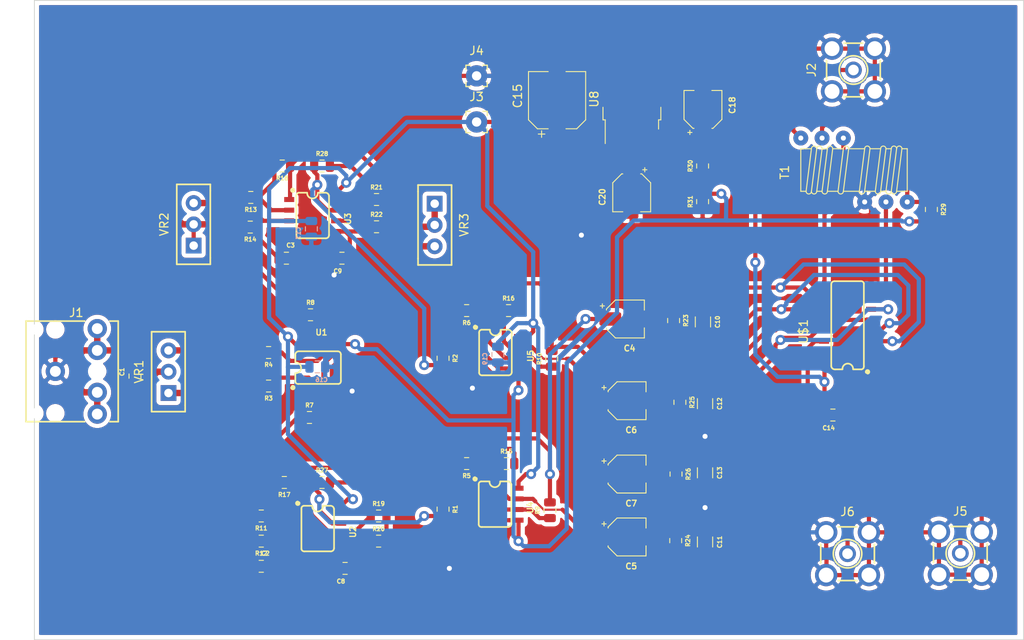
<source format=kicad_pcb>
(kicad_pcb (version 20171130) (host pcbnew "(5.1.5)-3")
  (layers (0 F.Cu signal) (31 B.Cu signal) (34 B.Paste user) (35 F.Paste user) (36 B.SilkS user) (37 F.SilkS user) (38 B.Mask user) (39 F.Mask user) (44 Edge.Cuts user))
  (net 0 "")
  (net 1 GND)
  (net 2 "Net-(C1-Pad1)")
  (net 3 "Net-(C2-Pad1)")
  (net 4 "Net-(C3-Pad1)")
  (net 5 "Net-(C4-Pad1)")
  (net 6 +12V)
  (net 7 "Net-(R2-Pad2)")
  (net 8 "Net-(R4-Pad2)")
  (net 9 "Net-(R11-Pad1)")
  (net 10 "Net-(R10-Pad2)")
  (net 11 "Net-(R11-Pad2)")
  (net 12 "Net-(J5-Pad1)")
  (net 13 +2V5)
  (net 14 +5V)
  (net 15 0)
  (net 16 180)
  (net 17 90)
  (net 18 270)
  (net 19 "Net-(J6-Pad1)")
  (net 20 "Net-(T1-PadC2B)")
  (net 21 "Net-(T1-PadC3A)")
  (net 22 AudioIn)
  (net 23 "Net-(C4-Pad2)")
  (net 24 "Net-(C5-Pad2)")
  (net 25 "Net-(C5-Pad1)")
  (net 26 "Net-(C6-Pad2)")
  (net 27 "Net-(C6-Pad1)")
  (net 28 "Net-(C7-Pad2)")
  (net 29 "Net-(C7-Pad1)")
  (net 30 "Net-(C8-Pad1)")
  (net 31 "Net-(C9-Pad1)")
  (net 32 "Net-(J2-Pad1)")
  (net 33 "Net-(R1-Pad2)")
  (net 34 Q_Out)
  (net 35 I_Out)
  (net 36 "Net-(R3-Pad2)")
  (net 37 "Net-(R3-Pad1)")
  (net 38 "Net-(R4-Pad1)")
  (net 39 "Net-(R13-Pad1)")
  (net 40 "Net-(R15-Pad1)")
  (net 41 "Net-(R13-Pad2)")
  (net 42 "Net-(R17-Pad2)")
  (net 43 "Net-(R18-Pad2)")
  (net 44 "Net-(R19-Pad2)")
  (net 45 "Net-(R21-Pad2)")
  (net 46 "Net-(R29-Pad2)")
  (module Xenir:Trimpot (layer F.Cu) (at 129.265 96.04 270)
    (fp_text reference VR3 (at 0 1.5 90) (layer F.SilkS))
    (fp_text value 500k)
    (pad 2 thru_hole circle (at 0 5.015 270) (size 1.8796 1.8796) (drill 1.016) (layers *.Cu *.Mask) (net 43 "Net-(R18-Pad2)"))
    (pad 1 thru_hole rect (at -2.54 5.015 270) (size 1.8796 1.8796) (drill 1.016) (layers *.Cu *.Mask) (net 43 "Net-(R18-Pad2)"))
    (pad 3 thru_hole circle (at 2.54 5.015 270) (size 1.8796 1.8796) (drill 1.016) (layers *.Cu *.Mask) (net 31 "Net-(C9-Pad1)"))
  )
  (module Xenir:Trimpot (layer F.Cu) (at 90.485 95.96 90)
    (fp_text reference VR2 (at 0 1.5 90) (layer F.SilkS))
    (fp_text value 100k)
    (pad 2 thru_hole circle (at 0 5.015 90) (size 1.8796 1.8796) (drill 1.016) (layers *.Cu *.Mask) (net 39 "Net-(R13-Pad1)"))
    (pad 1 thru_hole rect (at -2.54 5.015 90) (size 1.8796 1.8796) (drill 1.016) (layers *.Cu *.Mask) (net 39 "Net-(R13-Pad1)"))
    (pad 3 thru_hole circle (at 2.54 5.015 90) (size 1.8796 1.8796) (drill 1.016) (layers *.Cu *.Mask) (net 4 "Net-(C3-Pad1)"))
  )
  (module Xenir:Trimpot (layer F.Cu) (at 87.485 113.54 90)
    (fp_text reference VR1 (at 0 1.5 90) (layer F.SilkS))
    (fp_text value 10k)
    (pad 2 thru_hole circle (at 0 5.015 90) (size 1.8796 1.8796) (drill 1.016) (layers *.Cu *.Mask) (net 2 "Net-(C1-Pad1)"))
    (pad 1 thru_hole rect (at -2.54 5.015 90) (size 1.8796 1.8796) (drill 1.016) (layers *.Cu *.Mask) (net 37 "Net-(R3-Pad1)"))
    (pad 3 thru_hole circle (at 2.54 5.015 90) (size 1.8796 1.8796) (drill 1.016) (layers *.Cu *.Mask) (net 38 "Net-(R4-Pad1)"))
  )
  (module Xenir:SO08 (layer F.Cu) (at 137 111.25 270)
    (fp_text reference U5 (at 0.4 1.3 90) (layer F.SilkS) (effects (font (size 0.7 0.7))))
    (fp_text value LM358)
    (pad 3 smd rect (at 0.635 8.3 270) (size 0.6 1.2) (layers F.Cu F.Paste F.Mask) (net 13 +2V5))
    (pad 5 smd rect (at 1.905 2.7 270) (size 0.6 1.2) (layers F.Cu F.Paste F.Mask) (net 13 +2V5))
    (pad 7 smd rect (at -0.635 2.7 270) (size 0.6 1.2) (layers F.Cu F.Paste F.Mask) (net 29 "Net-(C7-Pad1)"))
    (pad 1 smd rect (at -1.905 8.3 270) (size 0.6 1.2) (layers F.Cu F.Paste F.Mask) (net 27 "Net-(C6-Pad1)"))
    (pad 6 smd rect (at 0.635 2.7 270) (size 0.6 1.2) (layers F.Cu F.Paste F.Mask) (net 10 "Net-(R10-Pad2)"))
    (pad 8 smd rect (at -1.905 2.7 270) (size 0.6 1.2) (layers F.Cu F.Paste F.Mask) (net 6 +12V))
    (pad 4 smd rect (at 1.905 8.3 270) (size 0.6 1.2) (layers F.Cu F.Paste F.Mask) (net 1 GND))
    (pad 2 smd rect (at -0.635 8.3 270) (size 0.6 1.2) (layers F.Cu F.Paste F.Mask) (net 7 "Net-(R2-Pad2)"))
  )
  (module Xenir:SO08 (layer F.Cu) (at 136.95 129.345 270)
    (fp_text reference U4 (at 0.4 1.3 90) (layer F.SilkS) (effects (font (size 0.7 0.7))))
    (fp_text value LM358)
    (pad 3 smd rect (at 0.635 8.3 270) (size 0.6 1.2) (layers F.Cu F.Paste F.Mask) (net 13 +2V5))
    (pad 5 smd rect (at 1.905 2.7 270) (size 0.6 1.2) (layers F.Cu F.Paste F.Mask) (net 13 +2V5))
    (pad 7 smd rect (at -0.635 2.7 270) (size 0.6 1.2) (layers F.Cu F.Paste F.Mask) (net 25 "Net-(C5-Pad1)"))
    (pad 1 smd rect (at -1.905 8.3 270) (size 0.6 1.2) (layers F.Cu F.Paste F.Mask) (net 5 "Net-(C4-Pad1)"))
    (pad 6 smd rect (at 0.635 2.7 270) (size 0.6 1.2) (layers F.Cu F.Paste F.Mask) (net 40 "Net-(R15-Pad1)"))
    (pad 8 smd rect (at -1.905 2.7 270) (size 0.6 1.2) (layers F.Cu F.Paste F.Mask) (net 6 +12V))
    (pad 4 smd rect (at 1.905 8.3 270) (size 0.6 1.2) (layers F.Cu F.Paste F.Mask) (net 1 GND))
    (pad 2 smd rect (at -0.635 8.3 270) (size 0.6 1.2) (layers F.Cu F.Paste F.Mask) (net 33 "Net-(R1-Pad2)"))
  )
  (module Xenir:SO08 (layer F.Cu) (at 115.2 94.905 270)
    (fp_text reference U3 (at 0.4 1.3 90) (layer F.SilkS) (effects (font (size 0.7 0.7))))
    (fp_text value LM358)
    (pad 3 smd rect (at 0.635 8.3 270) (size 0.6 1.2) (layers F.Cu F.Paste F.Mask) (net 4 "Net-(C3-Pad1)"))
    (pad 5 smd rect (at 1.905 2.7 270) (size 0.6 1.2) (layers F.Cu F.Paste F.Mask) (net 31 "Net-(C9-Pad1)"))
    (pad 7 smd rect (at -0.635 2.7 270) (size 0.6 1.2) (layers F.Cu F.Paste F.Mask) (net 35 I_Out))
    (pad 1 smd rect (at -1.905 8.3 270) (size 0.6 1.2) (layers F.Cu F.Paste F.Mask) (net 43 "Net-(R18-Pad2)"))
    (pad 6 smd rect (at 0.635 2.7 270) (size 0.6 1.2) (layers F.Cu F.Paste F.Mask) (net 45 "Net-(R21-Pad2)"))
    (pad 8 smd rect (at -1.905 2.7 270) (size 0.6 1.2) (layers F.Cu F.Paste F.Mask) (net 6 +12V))
    (pad 4 smd rect (at 1.905 8.3 270) (size 0.6 1.2) (layers F.Cu F.Paste F.Mask) (net 1 GND))
    (pad 2 smd rect (at -0.635 8.3 270) (size 0.6 1.2) (layers F.Cu F.Paste F.Mask) (net 41 "Net-(R13-Pad2)"))
  )
  (module Xenir:SO08 (layer F.Cu) (at 115.8 132.25 270)
    (fp_text reference U2 (at 0.4 1.3 90) (layer F.SilkS) (effects (font (size 0.7 0.7))))
    (fp_text value LM358)
    (pad 3 smd rect (at 0.635 8.3 270) (size 0.6 1.2) (layers F.Cu F.Paste F.Mask) (net 3 "Net-(C2-Pad1)"))
    (pad 5 smd rect (at 1.905 2.7 270) (size 0.6 1.2) (layers F.Cu F.Paste F.Mask) (net 30 "Net-(C8-Pad1)"))
    (pad 7 smd rect (at -0.635 2.7 270) (size 0.6 1.2) (layers F.Cu F.Paste F.Mask) (net 34 Q_Out))
    (pad 1 smd rect (at -1.905 8.3 270) (size 0.6 1.2) (layers F.Cu F.Paste F.Mask) (net 42 "Net-(R17-Pad2)"))
    (pad 6 smd rect (at 0.635 2.7 270) (size 0.6 1.2) (layers F.Cu F.Paste F.Mask) (net 44 "Net-(R19-Pad2)"))
    (pad 8 smd rect (at -1.905 2.7 270) (size 0.6 1.2) (layers F.Cu F.Paste F.Mask) (net 6 +12V))
    (pad 4 smd rect (at 1.905 8.3 270) (size 0.6 1.2) (layers F.Cu F.Paste F.Mask) (net 1 GND))
    (pad 2 smd rect (at -0.635 8.3 270) (size 0.6 1.2) (layers F.Cu F.Paste F.Mask) (net 11 "Net-(R11-Pad2)"))
  )
  (module Xenir:SO08 (layer F.Cu) (at 110.345 107.55)
    (fp_text reference U1 (at 0.4 1.3) (layer F.SilkS) (effects (font (size 0.7 0.7))))
    (fp_text value LM358)
    (pad 3 smd rect (at 0.635 8.3) (size 0.6 1.2) (layers F.Cu F.Paste F.Mask) (net 13 +2V5))
    (pad 5 smd rect (at 1.905 2.7) (size 0.6 1.2) (layers F.Cu F.Paste F.Mask) (net 13 +2V5))
    (pad 7 smd rect (at -0.635 2.7) (size 0.6 1.2) (layers F.Cu F.Paste F.Mask) (net 39 "Net-(R13-Pad1)"))
    (pad 1 smd rect (at -1.905 8.3) (size 0.6 1.2) (layers F.Cu F.Paste F.Mask) (net 9 "Net-(R11-Pad1)"))
    (pad 6 smd rect (at 0.635 2.7) (size 0.6 1.2) (layers F.Cu F.Paste F.Mask) (net 8 "Net-(R4-Pad2)"))
    (pad 8 smd rect (at -1.905 2.7) (size 0.6 1.2) (layers F.Cu F.Paste F.Mask) (net 6 +12V))
    (pad 4 smd rect (at 1.905 8.3) (size 0.6 1.2) (layers F.Cu F.Paste F.Mask) (net 1 GND))
    (pad 2 smd rect (at -0.635 8.3) (size 0.6 1.2) (layers F.Cu F.Paste F.Mask) (net 36 "Net-(R3-Pad2)"))
  )
  (module "Xenir:Resistor 0805" (layer F.Cu) (at 110.8125 91.54 180)
    (fp_text reference R28 (at 0 4) (layer F.SilkS) (effects (font (size 0.5 0.5) (thickness 0.125))))
    (fp_text value 10k)
    (pad 2 smd roundrect (at 0.9375 2.54 180) (size 0.975 1.4) (layers F.Cu F.Paste F.Mask) (net 35 I_Out))
    (pad 1 smd roundrect (at -0.9375 2.54 180) (size 0.975 1.4) (layers F.Cu F.Paste F.Mask) (net 45 "Net-(R21-Pad2)"))
  )
  (module "Xenir:Resistor 0805" (layer F.Cu) (at 110.8125 129.29 180)
    (fp_text reference R27 (at 0 4) (layer F.SilkS) (effects (font (size 0.5 0.5) (thickness 0.125))))
    (fp_text value 10k)
    (pad 2 smd roundrect (at 0.9375 2.54 180) (size 0.975 1.4) (layers F.Cu F.Paste F.Mask) (net 34 Q_Out))
    (pad 1 smd roundrect (at -0.9375 2.54 180) (size 0.975 1.4) (layers F.Cu F.Paste F.Mask) (net 44 "Net-(R19-Pad2)"))
  )
  (module "Xenir:Resistor 0805" (layer F.Cu) (at 117.3125 98.79 180)
    (fp_text reference R22 (at 0 4) (layer F.SilkS) (effects (font (size 0.5 0.5) (thickness 0.125))))
    (fp_text value 220k)
    (pad 2 smd roundrect (at 0.9375 2.54 180) (size 0.975 1.4) (layers F.Cu F.Paste F.Mask) (net 31 "Net-(C9-Pad1)"))
    (pad 1 smd roundrect (at -0.9375 2.54 180) (size 0.975 1.4) (layers F.Cu F.Paste F.Mask) (net 43 "Net-(R18-Pad2)"))
  )
  (module "Xenir:Resistor 0805" (layer F.Cu) (at 117.3125 95.54 180)
    (fp_text reference R21 (at 0 4) (layer F.SilkS) (effects (font (size 0.5 0.5) (thickness 0.125))))
    (fp_text value 10k)
    (pad 2 smd roundrect (at 0.9375 2.54 180) (size 0.975 1.4) (layers F.Cu F.Paste F.Mask) (net 45 "Net-(R21-Pad2)"))
    (pad 1 smd roundrect (at -0.9375 2.54 180) (size 0.975 1.4) (layers F.Cu F.Paste F.Mask) (net 43 "Net-(R18-Pad2)"))
  )
  (module "Xenir:Resistor 0805" (layer F.Cu) (at 117.5625 136.29 180)
    (fp_text reference R20 (at 0 4) (layer F.SilkS) (effects (font (size 0.5 0.5) (thickness 0.125))))
    (fp_text value 28k)
    (pad 2 smd roundrect (at 0.9375 2.54 180) (size 0.975 1.4) (layers F.Cu F.Paste F.Mask) (net 30 "Net-(C8-Pad1)"))
    (pad 1 smd roundrect (at -0.9375 2.54 180) (size 0.975 1.4) (layers F.Cu F.Paste F.Mask) (net 42 "Net-(R17-Pad2)"))
  )
  (module "Xenir:Resistor 0805" (layer F.Cu) (at 117.5625 133.29 180)
    (fp_text reference R19 (at 0 4) (layer F.SilkS) (effects (font (size 0.5 0.5) (thickness 0.125))))
    (fp_text value 10k)
    (pad 2 smd roundrect (at 0.9375 2.54 180) (size 0.975 1.4) (layers F.Cu F.Paste F.Mask) (net 44 "Net-(R19-Pad2)"))
    (pad 1 smd roundrect (at -0.9375 2.54 180) (size 0.975 1.4) (layers F.Cu F.Paste F.Mask) (net 42 "Net-(R17-Pad2)"))
  )
  (module "Xenir:Resistor 0805" (layer F.Cu) (at 106.0625 86.46)
    (fp_text reference R18 (at 0 4) (layer F.SilkS) (effects (font (size 0.5 0.5) (thickness 0.125))))
    (fp_text value 10k)
    (pad 2 smd roundrect (at 0.9375 2.54) (size 0.975 1.4) (layers F.Cu F.Paste F.Mask) (net 43 "Net-(R18-Pad2)"))
    (pad 1 smd roundrect (at -0.9375 2.54) (size 0.975 1.4) (layers F.Cu F.Paste F.Mask) (net 41 "Net-(R13-Pad2)"))
  )
  (module "Xenir:Resistor 0805" (layer F.Cu) (at 106.3125 124.21)
    (fp_text reference R17 (at 0 4) (layer F.SilkS) (effects (font (size 0.5 0.5) (thickness 0.125))))
    (fp_text value 10k)
    (pad 2 smd roundrect (at 0.9375 2.54) (size 0.975 1.4) (layers F.Cu F.Paste F.Mask) (net 42 "Net-(R17-Pad2)"))
    (pad 1 smd roundrect (at -0.9375 2.54) (size 0.975 1.4) (layers F.Cu F.Paste F.Mask) (net 11 "Net-(R11-Pad2)"))
  )
  (module "Xenir:Resistor 0805" (layer F.Cu) (at 102.25 93.75)
    (fp_text reference R14 (at 0 4) (layer F.SilkS) (effects (font (size 0.5 0.5) (thickness 0.125))))
    (fp_text value 12k)
    (pad 2 smd roundrect (at 0.9375 2.54) (size 0.975 1.4) (layers F.Cu F.Paste F.Mask) (net 4 "Net-(C3-Pad1)"))
    (pad 1 smd roundrect (at -0.9375 2.54) (size 0.975 1.4) (layers F.Cu F.Paste F.Mask) (net 39 "Net-(R13-Pad1)"))
  )
  (module "Xenir:Resistor 0805" (layer F.Cu) (at 102.3125 90.21)
    (fp_text reference R13 (at 0 4) (layer F.SilkS) (effects (font (size 0.5 0.5) (thickness 0.125))))
    (fp_text value 10k)
    (pad 2 smd roundrect (at 0.9375 2.54) (size 0.975 1.4) (layers F.Cu F.Paste F.Mask) (net 41 "Net-(R13-Pad2)"))
    (pad 1 smd roundrect (at -0.9375 2.54) (size 0.975 1.4) (layers F.Cu F.Paste F.Mask) (net 39 "Net-(R13-Pad1)"))
  )
  (module "Xenir:Resistor 0805" (layer F.Cu) (at 103.5625 131.21)
    (fp_text reference R12 (at 0 4) (layer F.SilkS) (effects (font (size 0.5 0.5) (thickness 0.125))))
    (fp_text value 2.32k)
    (pad 2 smd roundrect (at 0.9375 2.54) (size 0.975 1.4) (layers F.Cu F.Paste F.Mask) (net 3 "Net-(C2-Pad1)"))
    (pad 1 smd roundrect (at -0.9375 2.54) (size 0.975 1.4) (layers F.Cu F.Paste F.Mask) (net 9 "Net-(R11-Pad1)"))
  )
  (module "Xenir:Resistor 0805" (layer F.Cu) (at 103.5625 128.21)
    (fp_text reference R11 (at 0 4) (layer F.SilkS) (effects (font (size 0.5 0.5) (thickness 0.125))))
    (fp_text value 10k)
    (pad 2 smd roundrect (at 0.9375 2.54) (size 0.975 1.4) (layers F.Cu F.Paste F.Mask) (net 11 "Net-(R11-Pad2)"))
    (pad 1 smd roundrect (at -0.9375 2.54) (size 0.975 1.4) (layers F.Cu F.Paste F.Mask) (net 9 "Net-(R11-Pad1)"))
  )
  (module "Xenir:Resistor 0805" (layer F.Cu) (at 109.4375 109.29 180)
    (fp_text reference R8 (at 0 4) (layer F.SilkS) (effects (font (size 0.5 0.5) (thickness 0.125))))
    (fp_text value 10k)
    (pad 2 smd roundrect (at 0.9375 2.54 180) (size 0.975 1.4) (layers F.Cu F.Paste F.Mask) (net 39 "Net-(R13-Pad1)"))
    (pad 1 smd roundrect (at -0.9375 2.54 180) (size 0.975 1.4) (layers F.Cu F.Paste F.Mask) (net 8 "Net-(R4-Pad2)"))
  )
  (module "Xenir:Resistor 0805" (layer F.Cu) (at 109.3125 121.54 180)
    (fp_text reference R7 (at 0 4) (layer F.SilkS) (effects (font (size 0.5 0.5) (thickness 0.125))))
    (fp_text value 10k)
    (pad 2 smd roundrect (at 0.9375 2.54 180) (size 0.975 1.4) (layers F.Cu F.Paste F.Mask) (net 9 "Net-(R11-Pad1)"))
    (pad 1 smd roundrect (at -0.9375 2.54 180) (size 0.975 1.4) (layers F.Cu F.Paste F.Mask) (net 36 "Net-(R3-Pad2)"))
  )
  (module "Xenir:Resistor 0805" (layer F.Cu) (at 104.4375 108.71)
    (fp_text reference R4 (at 0 4) (layer F.SilkS) (effects (font (size 0.5 0.5) (thickness 0.125))))
    (fp_text value 1k)
    (pad 2 smd roundrect (at 0.9375 2.54) (size 0.975 1.4) (layers F.Cu F.Paste F.Mask) (net 8 "Net-(R4-Pad2)"))
    (pad 1 smd roundrect (at -0.9375 2.54) (size 0.975 1.4) (layers F.Cu F.Paste F.Mask) (net 38 "Net-(R4-Pad1)"))
  )
  (module "Xenir:Resistor 0805" (layer F.Cu) (at 104.4375 112.71)
    (fp_text reference R3 (at 0 4) (layer F.SilkS) (effects (font (size 0.5 0.5) (thickness 0.125))))
    (fp_text value 1k)
    (pad 2 smd roundrect (at 0.9375 2.54) (size 0.975 1.4) (layers F.Cu F.Paste F.Mask) (net 36 "Net-(R3-Pad2)"))
    (pad 1 smd roundrect (at -0.9375 2.54) (size 0.975 1.4) (layers F.Cu F.Paste F.Mask) (net 37 "Net-(R3-Pad1)"))
  )
  (module Xenir:Pad (layer F.Cu) (at 129.25 74.75)
    (fp_text reference J4 (at 0 0.5) (layer F.SilkS))
    (fp_text value Pad)
    (pad 1 thru_hole circle (at 0 3.5) (size 2.54 2.54) (drill 1.1176) (layers *.Cu *.Mask) (net 1 GND))
  )
  (module Xenir:Pad (layer F.Cu) (at 129.25 80.25)
    (fp_text reference J3 (at 0 0.5) (layer F.SilkS))
    (fp_text value Pad)
    (pad 1 thru_hole circle (at 0 3.5) (size 2.54 2.54) (drill 1.1176) (layers *.Cu *.Mask) (net 6 +12V))
  )
  (module Xenir:Audio_Jack (layer F.Cu) (at 81 105)
    (fp_text reference J1 (at 0.5 1.5) (layer F.SilkS))
    (fp_text value Audio_Jack)
    (pad "" np_thru_hole circle (at -4.5 3.5) (size 1.2 1.2) (drill 1.2) (layers *.Cu *.Mask))
    (pad "" np_thru_hole circle (at -2 3.5) (size 1.2 1.2) (drill 1.2) (layers *.Cu *.Mask))
    (pad RING thru_hole circle (at 3 3.4) (size 2.3 2.3) (drill 1.3) (layers *.Cu *.Mask) (net 22 AudioIn))
    (pad "" np_thru_hole circle (at 3 8.5) (size 1.2 1.2) (drill 1.2) (layers *.Cu *.Mask))
    (pad SLEEVE thru_hole circle (at -2 8.5) (size 2.3 2.3) (drill 1.3) (layers *.Cu *.Mask) (net 1 GND))
    (pad "" np_thru_hole circle (at -2 13.5) (size 1.2 1.2) (drill 1.2) (layers *.Cu *.Mask))
    (pad TIP thru_hole circle (at 3 13.6) (size 2.3 2.3) (drill 1.3) (layers *.Cu *.Mask) (net 22 AudioIn))
    (pad TSH thru_hole circle (at 3 11) (size 2.3 2.3) (drill 1.3) (layers *.Cu *.Mask) (net 22 AudioIn))
    (pad "" np_thru_hole circle (at -4.5 13.5) (size 1.2 1.2) (drill 1.2) (layers *.Cu *.Mask))
    (pad RSH thru_hole circle (at 3 6) (size 2.3 2.3) (drill 1.3) (layers *.Cu *.Mask) (net 22 AudioIn))
  )
  (module Xenir:Cap_4x5.4 (layer F.Cu) (at 148.25 92.2 270)
    (fp_text reference C20 (at 0.5 4 90) (layer F.SilkS) (effects (font (size 0.7 0.7))))
    (fp_text value 22uF)
    (pad 2 smd roundrect (at 1.8 0.5 270) (size 2.6 1.6) (layers F.Cu F.Paste F.Mask) (roundrect_rratio 0.15625) (net 1 GND))
    (pad 1 smd roundrect (at -1.8 0.5 270) (size 2.6 1.6) (layers F.Cu F.Paste F.Mask) (roundrect_rratio 0.15625) (net 13 +2V5))
  )
  (module "Xenir:Capacitor 0805" (layer B.Cu) (at 129.25 111.5 270)
    (fp_text reference C19 (at 0.5 -1 90) (layer B.SilkS) (effects (font (size 0.5 0.5) (thickness 0.125)) (justify mirror)))
    (fp_text value .1uF)
    (pad 2 smd roundrect (at 0.9375 -2.54 270) (size 0.975 1.4) (layers B.Cu B.Paste B.Mask) (net 1 GND))
    (pad 1 smd roundrect (at -0.9375 -2.54 270) (size 0.975 1.4) (layers B.Cu B.Paste B.Mask) (net 6 +12V))
  )
  (module "Xenir:Capacitor 0805" (layer B.Cu) (at 107 96.5 270)
    (fp_text reference C17 (at 0.5 -1 90) (layer B.SilkS) (effects (font (size 0.5 0.5) (thickness 0.125)) (justify mirror)))
    (fp_text value .1uF)
    (pad 2 smd roundrect (at 0.9375 -2.54 270) (size 0.975 1.4) (layers B.Cu B.Paste B.Mask) (net 1 GND))
    (pad 1 smd roundrect (at -0.9375 -2.54 270) (size 0.975 1.4) (layers B.Cu B.Paste B.Mask) (net 6 +12V))
  )
  (module "Xenir:Capacitor 0805" (layer B.Cu) (at 110.25 115.5)
    (fp_text reference C16 (at 0.5 -1) (layer B.SilkS) (effects (font (size 0.5 0.5) (thickness 0.125)) (justify mirror)))
    (fp_text value .1uF)
    (pad 2 smd roundrect (at 0.9375 -2.54) (size 0.975 1.4) (layers B.Cu B.Paste B.Mask) (net 1 GND))
    (pad 1 smd roundrect (at -0.9375 -2.54) (size 0.975 1.4) (layers B.Cu B.Paste B.Mask) (net 6 +12V))
  )
  (module "Xenir:Capacitor 0805" (layer F.Cu) (at 113.1875 102.54 180)
    (fp_text reference C9 (at 0.5 1) (layer F.SilkS) (effects (font (size 0.5 0.5) (thickness 0.125))))
    (fp_text value 0.01uF)
    (pad 2 smd roundrect (at 0.9375 2.54 180) (size 0.975 1.4) (layers F.Cu F.Paste F.Mask) (net 1 GND))
    (pad 1 smd roundrect (at -0.9375 2.54 180) (size 0.975 1.4) (layers F.Cu F.Paste F.Mask) (net 31 "Net-(C9-Pad1)"))
  )
  (module "Xenir:Capacitor 0805" (layer F.Cu) (at 113.5625 139.54 180)
    (fp_text reference C8 (at 0.5 1) (layer F.SilkS) (effects (font (size 0.5 0.5) (thickness 0.125))))
    (fp_text value 0.01uF)
    (pad 2 smd roundrect (at 0.9375 2.54 180) (size 0.975 1.4) (layers F.Cu F.Paste F.Mask) (net 1 GND))
    (pad 1 smd roundrect (at -0.9375 2.54 180) (size 0.975 1.4) (layers F.Cu F.Paste F.Mask) (net 30 "Net-(C8-Pad1)"))
  )
  (module "Xenir:Capacitor 0805" (layer F.Cu) (at 106.5625 97.46)
    (fp_text reference C3 (at 0.5 1) (layer F.SilkS) (effects (font (size 0.5 0.5) (thickness 0.125))))
    (fp_text value 0.01uF)
    (pad 2 smd roundrect (at 0.9375 2.54) (size 0.975 1.4) (layers F.Cu F.Paste F.Mask) (net 1 GND))
    (pad 1 smd roundrect (at -0.9375 2.54) (size 0.975 1.4) (layers F.Cu F.Paste F.Mask) (net 4 "Net-(C3-Pad1)"))
  )
  (module "Xenir:Capacitor 0805" (layer F.Cu) (at 103.5625 134.21)
    (fp_text reference C2 (at 0.5 1) (layer F.SilkS) (effects (font (size 0.5 0.5) (thickness 0.125))))
    (fp_text value 0.01uF)
    (pad 2 smd roundrect (at 0.9375 2.54) (size 0.975 1.4) (layers F.Cu F.Paste F.Mask) (net 1 GND))
    (pad 1 smd roundrect (at -0.9375 2.54) (size 0.975 1.4) (layers F.Cu F.Paste F.Mask) (net 3 "Net-(C2-Pad1)"))
  )
  (module "Xenir:Capacitor 0805" (layer F.Cu) (at 85.96 114.0625 90)
    (fp_text reference C1 (at 0.5 1 90) (layer F.SilkS) (effects (font (size 0.5 0.5) (thickness 0.125))))
    (fp_text value .1uF)
    (pad 2 smd roundrect (at 0.9375 2.54 90) (size 0.975 1.4) (layers F.Cu F.Paste F.Mask) (net 22 AudioIn))
    (pad 1 smd roundrect (at -0.9375 2.54 90) (size 0.975 1.4) (layers F.Cu F.Paste F.Mask) (net 2 "Net-(C1-Pad1)"))
  )
  (module Package_TO_SOT_SMD:TO-252-3_TabPin2 (layer F.Cu) (at 147.775 81.025 90)
    (fp_text reference U8 (at 0 -4.5 90) (layer F.SilkS))
    (fp_text value MCP1703A-2502_SOT223)
    (pad 2 smd rect (at 2.1 0 90) (size 6.4 5.8) (layers F.Cu F.Mask) (net 1 GND))
    (pad 3 smd rect (at -4.2 2.28 90) (size 2.2 1.2) (layers F.Cu F.Paste F.Mask) (net 14 +5V))
    (pad 2 smd rect (at -4.2 0 90) (size 2.2 1.2) (layers F.Cu F.Paste F.Mask) (net 1 GND))
    (pad 1 smd rect (at -4.2 -2.28 90) (size 2.2 1.2) (layers F.Cu F.Paste F.Mask) (net 6 +12V))
  )
  (module "Xenir:T50 Trifilar" (layer F.Cu) (at 165.5 89.75 90)
    (fp_text reference T1 (at 0 0.5 90) (layer F.SilkS))
    (fp_text value T50_SPLITTER)
    (pad C2B thru_hole circle (at -3.54 12.58 90) (size 1.778 1.778) (drill 0.6) (layers *.Cu *.Mask) (net 20 "Net-(T1-PadC2B)"))
    (pad C3B thru_hole circle (at -3.54 15.12 90) (size 1.778 1.778) (drill 0.6) (layers *.Cu *.Mask) (net 46 "Net-(R29-Pad2)"))
    (pad C2A thru_hole circle (at 4.08 4.96 90) (size 1.778 1.778) (drill 0.6) (layers *.Cu *.Mask) (net 46 "Net-(R29-Pad2)"))
    (pad C1B thru_hole circle (at -3.54 10.04 90) (size 1.778 1.778) (drill 0.6) (layers *.Cu *.Mask) (net 1 GND))
    (pad C1A thru_hole circle (at 4.08 2.42 90) (size 1.778 1.778) (drill 0.6) (layers *.Cu *.Mask) (net 32 "Net-(J2-Pad1)"))
    (pad C3A thru_hole circle (at 4.08 7.5 90) (size 1.778 1.778) (drill 0.6) (layers *.Cu *.Mask) (net 21 "Net-(T1-PadC3A)"))
  )
  (module "Xenir:Resistor 0805" (layer F.Cu) (at 180.96 94.1875 90)
    (fp_text reference R29 (at 0 4 90) (layer F.SilkS) (effects (font (size 0.5 0.5) (thickness 0.125))))
    (fp_text value 100)
    (pad 2 smd roundrect (at 0.9375 2.54 90) (size 0.975 1.4) (layers F.Cu F.Paste F.Mask) (net 46 "Net-(R29-Pad2)"))
    (pad 1 smd roundrect (at -0.9375 2.54 90) (size 0.975 1.4) (layers F.Cu F.Paste F.Mask) (net 13 +2V5))
  )
  (module "Xenir:Resistor 0805" (layer F.Cu) (at 150.5 125.75 90)
    (fp_text reference R26 (at 0 4 90) (layer F.SilkS) (effects (font (size 0.5 0.5) (thickness 0.125))))
    (fp_text value 49.9)
    (pad 2 smd roundrect (at 0.9375 2.54 90) (size 0.975 1.4) (layers F.Cu F.Paste F.Mask) (net 18 270))
    (pad 1 smd roundrect (at -0.9375 2.54 90) (size 0.975 1.4) (layers F.Cu F.Paste F.Mask) (net 28 "Net-(C7-Pad2)"))
  )
  (module "Xenir:Resistor 0805" (layer F.Cu) (at 150.96 117.1875 90)
    (fp_text reference R25 (at 0 4 90) (layer F.SilkS) (effects (font (size 0.5 0.5) (thickness 0.125))))
    (fp_text value 49.9)
    (pad 2 smd roundrect (at 0.9375 2.54 90) (size 0.975 1.4) (layers F.Cu F.Paste F.Mask) (net 17 90))
    (pad 1 smd roundrect (at -0.9375 2.54 90) (size 0.975 1.4) (layers F.Cu F.Paste F.Mask) (net 26 "Net-(C6-Pad2)"))
  )
  (module "Xenir:Resistor 0805" (layer F.Cu) (at 150.46 133.6875 90)
    (fp_text reference R24 (at 0 4 90) (layer F.SilkS) (effects (font (size 0.5 0.5) (thickness 0.125))))
    (fp_text value 49.9)
    (pad 2 smd roundrect (at 0.9375 2.54 90) (size 0.975 1.4) (layers F.Cu F.Paste F.Mask) (net 16 180))
    (pad 1 smd roundrect (at -0.9375 2.54 90) (size 0.975 1.4) (layers F.Cu F.Paste F.Mask) (net 24 "Net-(C5-Pad2)"))
  )
  (module "Xenir:Resistor 0805" (layer F.Cu) (at 150.21 107.4375 90)
    (fp_text reference R23 (at 0 4 90) (layer F.SilkS) (effects (font (size 0.5 0.5) (thickness 0.125))))
    (fp_text value 49.9)
    (pad 2 smd roundrect (at 0.9375 2.54 90) (size 0.975 1.4) (layers F.Cu F.Paste F.Mask) (net 15 0))
    (pad 1 smd roundrect (at -0.9375 2.54 90) (size 0.975 1.4) (layers F.Cu F.Paste F.Mask) (net 23 "Net-(C4-Pad2)"))
  )
  (module "Xenir:PCB SMA" (layer F.Cu) (at 168.7001 77.5499 90)
    (fp_text reference J2 (at 0 0.5 90) (layer F.SilkS))
    (fp_text value PCB_SMA)
    (pad 3 thru_hole circle (at 2.5499 2.9501 90) (size 2.667 2.667) (drill 1.778) (layers *.Cu *.Mask) (net 1 GND))
    (pad 2 thru_hole circle (at -2.5499 2.9501 90) (size 2.667 2.667) (drill 1.778) (layers *.Cu *.Mask) (net 1 GND))
    (pad 5 thru_hole circle (at -2.5499 8.0499 90) (size 2.667 2.667) (drill 1.778) (layers *.Cu *.Mask) (net 1 GND))
    (pad 4 thru_hole circle (at 2.5499 8.0499 90) (size 2.667 2.667) (drill 1.778) (layers *.Cu *.Mask) (net 1 GND))
    (pad 1 thru_hole circle (at 0 5.5 90) (size 2 2) (drill 1.27) (layers *.Cu *.Mask) (net 32 "Net-(J2-Pad1)"))
  )
  (module "Xenir:Capacitor 1206" (layer F.Cu) (at 158.75 125.6 270)
    (fp_text reference C13 (at 0 0.5 90) (layer F.SilkS) (effects (font (size 0.5 0.5) (thickness 0.125))))
    (fp_text value .022uF)
    (pad 2 smd roundrect (at 1.4 2.25 270) (size 1.25 1.75) (layers F.Cu F.Paste F.Mask) (roundrect_rratio 0.2) (net 1 GND))
    (pad 1 smd roundrect (at -1.4 2.25 270) (size 1.25 1.75) (layers F.Cu F.Paste F.Mask) (roundrect_rratio 0.2) (net 18 270))
  )
  (module "Xenir:Capacitor 1206" (layer F.Cu) (at 158.75 117.35 270)
    (fp_text reference C12 (at 0 0.5 90) (layer F.SilkS) (effects (font (size 0.5 0.5) (thickness 0.125))))
    (fp_text value .022uF)
    (pad 2 smd roundrect (at 1.4 2.25 270) (size 1.25 1.75) (layers F.Cu F.Paste F.Mask) (roundrect_rratio 0.2) (net 1 GND))
    (pad 1 smd roundrect (at -1.4 2.25 270) (size 1.25 1.75) (layers F.Cu F.Paste F.Mask) (roundrect_rratio 0.2) (net 17 90))
  )
  (module "Xenir:Capacitor 1206" (layer F.Cu) (at 158.75 133.85 270)
    (fp_text reference C11 (at 0 0.5 90) (layer F.SilkS) (effects (font (size 0.5 0.5) (thickness 0.125))))
    (fp_text value .022uF)
    (pad 2 smd roundrect (at 1.4 2.25 270) (size 1.25 1.75) (layers F.Cu F.Paste F.Mask) (roundrect_rratio 0.2) (net 1 GND))
    (pad 1 smd roundrect (at -1.4 2.25 270) (size 1.25 1.75) (layers F.Cu F.Paste F.Mask) (roundrect_rratio 0.2) (net 16 180))
  )
  (module "Xenir:Capacitor 1206" (layer F.Cu) (at 158.5 107.6 270)
    (fp_text reference C10 (at 0 0.5 90) (layer F.SilkS) (effects (font (size 0.5 0.5) (thickness 0.125))))
    (fp_text value .022uF)
    (pad 2 smd roundrect (at 1.4 2.25 270) (size 1.25 1.75) (layers F.Cu F.Paste F.Mask) (roundrect_rratio 0.2) (net 1 GND))
    (pad 1 smd roundrect (at -1.4 2.25 270) (size 1.25 1.75) (layers F.Cu F.Paste F.Mask) (roundrect_rratio 0.2) (net 15 0))
  )
  (module Xenir:Cap_4x5.4 (layer F.Cu) (at 147.2 125.25)
    (fp_text reference C7 (at 0.5 4) (layer F.SilkS) (effects (font (size 0.7 0.7))))
    (fp_text value 10uF)
    (pad 2 smd roundrect (at 1.8 0.5) (size 2.6 1.6) (layers F.Cu F.Paste F.Mask) (roundrect_rratio 0.15625) (net 28 "Net-(C7-Pad2)"))
    (pad 1 smd roundrect (at -1.8 0.5) (size 2.6 1.6) (layers F.Cu F.Paste F.Mask) (roundrect_rratio 0.15625) (net 29 "Net-(C7-Pad1)"))
  )
  (module Xenir:Cap_4x5.4 (layer F.Cu) (at 147.2 116.5)
    (fp_text reference C6 (at 0.5 4) (layer F.SilkS) (effects (font (size 0.7 0.7))))
    (fp_text value 10uF)
    (pad 2 smd roundrect (at 1.8 0.5) (size 2.6 1.6) (layers F.Cu F.Paste F.Mask) (roundrect_rratio 0.15625) (net 26 "Net-(C6-Pad2)"))
    (pad 1 smd roundrect (at -1.8 0.5) (size 2.6 1.6) (layers F.Cu F.Paste F.Mask) (roundrect_rratio 0.15625) (net 27 "Net-(C6-Pad1)"))
  )
  (module Xenir:Cap_4x5.4 (layer F.Cu) (at 147.2 132.75)
    (fp_text reference C5 (at 0.5 4) (layer F.SilkS) (effects (font (size 0.7 0.7))))
    (fp_text value 10uF)
    (pad 2 smd roundrect (at 1.8 0.5) (size 2.6 1.6) (layers F.Cu F.Paste F.Mask) (roundrect_rratio 0.15625) (net 24 "Net-(C5-Pad2)"))
    (pad 1 smd roundrect (at -1.8 0.5) (size 2.6 1.6) (layers F.Cu F.Paste F.Mask) (roundrect_rratio 0.15625) (net 25 "Net-(C5-Pad1)"))
  )
  (module Xenir:Cap_4x5.4 (layer F.Cu) (at 147 106.75)
    (fp_text reference C4 (at 0.5 4) (layer F.SilkS) (effects (font (size 0.7 0.7))))
    (fp_text value 10uF)
    (pad 2 smd roundrect (at 1.8 0.5) (size 2.6 1.6) (layers F.Cu F.Paste F.Mask) (roundrect_rratio 0.15625) (net 23 "Net-(C4-Pad2)"))
    (pad 1 smd roundrect (at -1.8 0.5) (size 2.6 1.6) (layers F.Cu F.Paste F.Mask) (roundrect_rratio 0.15625) (net 5 "Net-(C4-Pad1)"))
  )
  (module "Xenir:Resistor 0805" (layer F.Cu) (at 158.75 93.25 270)
    (fp_text reference R31 (at 0 4 90) (layer F.SilkS) (effects (font (size 0.5 0.5) (thickness 0.125))))
    (fp_text value 10k)
    (pad 2 smd roundrect (at 0.9375 2.54 270) (size 0.975 1.4) (layers F.Cu F.Paste F.Mask) (net 1 GND))
    (pad 1 smd roundrect (at -0.9375 2.54 270) (size 0.975 1.4) (layers F.Cu F.Paste F.Mask) (net 13 +2V5))
  )
  (module "Xenir:Resistor 0805" (layer F.Cu) (at 158.75 89 270)
    (fp_text reference R30 (at 0 4 90) (layer F.SilkS) (effects (font (size 0.5 0.5) (thickness 0.125))))
    (fp_text value 10k)
    (pad 2 smd roundrect (at 0.9375 2.54 270) (size 0.975 1.4) (layers F.Cu F.Paste F.Mask) (net 13 +2V5))
    (pad 1 smd roundrect (at -0.9375 2.54 270) (size 0.975 1.4) (layers F.Cu F.Paste F.Mask) (net 14 +5V))
  )
  (module "Xenir:Capacitor 0805" (layer F.Cu) (at 171.75 121.25 180)
    (fp_text reference C14 (at 0.5 1 180) (layer F.SilkS) (effects (font (size 0.5 0.5) (thickness 0.125))))
    (fp_text value .1uF)
    (pad 2 smd roundrect (at 0.9375 2.54 180) (size 0.975 1.4) (layers F.Cu F.Paste F.Mask) (net 14 +5V))
    (pad 1 smd roundrect (at -0.9375 2.54 180) (size 0.975 1.4) (layers F.Cu F.Paste F.Mask) (net 1 GND))
  )
  (module Xenir:Cap_4x5.4 (layer F.Cu) (at 155.75 82.25 90)
    (fp_text reference C18 (at 0.5 4 90) (layer F.SilkS) (effects (font (size 0.7 0.7))))
    (fp_text value 22uF)
    (pad 2 smd roundrect (at 1.8 0.5 90) (size 2.6 1.6) (layers F.Cu F.Paste F.Mask) (roundrect_rratio 0.15625) (net 1 GND))
    (pad 1 smd roundrect (at -1.8 0.5 90) (size 2.6 1.6) (layers F.Cu F.Paste F.Mask) (roundrect_rratio 0.15625) (net 14 +5V))
  )
  (module Xenir:Cap_6.3x5.4 (layer F.Cu) (at 132.75 81.25 90)
    (fp_text reference C15 (at 0.6 1.4 90) (layer F.SilkS))
    (fp_text value 100uF)
    (pad 2 smd roundrect (at 2.9 6.1 90) (size 3.5 1.6) (layers F.Cu F.Paste F.Mask) (roundrect_rratio 0.15625) (net 1 GND))
    (pad 1 smd roundrect (at -2.7 6.1 90) (size 3.5 1.6) (layers F.Cu F.Paste F.Mask) (roundrect_rratio 0.15625) (net 6 +12V))
  )
  (module Xenir:SO16 (layer F.Cu) (at 167.75 108.75 90)
    (fp_text reference U$1 (at 0 0.5 90) (layer F.SilkS))
    (fp_text value FST3253)
    (pad 14 smd rect (at -1.155 2.95 90) (size 0.6 1.2) (layers F.Cu F.Paste F.Mask) (net 19 "Net-(J6-Pad1)"))
    (pad 15 smd rect (at -2.425 2.95 90) (size 0.6 1.2) (layers F.Cu F.Paste F.Mask) (net 1 GND))
    (pad 16 smd rect (at -3.695 2.95 90) (size 0.6 1.2) (layers F.Cu F.Paste F.Mask) (net 14 +5V))
    (pad 5 smd rect (at 1.385 8.55 90) (size 0.6 1.2) (layers F.Cu F.Paste F.Mask) (net 18 270))
    (pad 1 smd rect (at -3.695 8.55 90) (size 0.6 1.2) (layers F.Cu F.Paste F.Mask) (net 1 GND))
    (pad 2 smd rect (at -2.425 8.55 90) (size 0.6 1.2) (layers F.Cu F.Paste F.Mask) (net 12 "Net-(J5-Pad1)"))
    (pad 3 smd rect (at -1.155 8.55 90) (size 0.6 1.2) (layers F.Cu F.Paste F.Mask) (net 15 0))
    (pad 4 smd rect (at 0.115 8.55 90) (size 0.6 1.2) (layers F.Cu F.Paste F.Mask) (net 17 90))
    (pad 6 smd rect (at 2.655 8.55 90) (size 0.6 1.2) (layers F.Cu F.Paste F.Mask) (net 16 180))
    (pad 7 smd rect (at 3.925 8.55 90) (size 0.6 1.2) (layers F.Cu F.Paste F.Mask) (net 20 "Net-(T1-PadC2B)"))
    (pad 9 smd rect (at 5.195 2.95 90) (size 0.6 1.2) (layers F.Cu F.Paste F.Mask) (net 21 "Net-(T1-PadC3A)"))
    (pad 10 smd rect (at 3.925 2.95 90) (size 0.6 1.2) (layers F.Cu F.Paste F.Mask) (net 15 0))
    (pad 11 smd rect (at 2.655 2.95 90) (size 0.6 1.2) (layers F.Cu F.Paste F.Mask) (net 17 90))
    (pad 13 smd rect (at 0.115 2.95 90) (size 0.6 1.2) (layers F.Cu F.Paste F.Mask) (net 16 180))
    (pad 8 smd rect (at 5.195 8.55 90) (size 0.6 1.2) (layers F.Cu F.Paste F.Mask) (net 1 GND))
    (pad 12 smd rect (at 1.385 2.95 90) (size 0.6 1.2) (layers F.Cu F.Paste F.Mask) (net 18 270))
  )
  (module "Xenir:PCB SMA" (layer F.Cu) (at 173.5 129.75)
    (fp_text reference J6 (at 0 0.5) (layer F.SilkS))
    (fp_text value PCB_SMA)
    (pad 3 thru_hole circle (at 2.5499 2.9501) (size 2.667 2.667) (drill 1.778) (layers *.Cu *.Mask) (net 1 GND))
    (pad 2 thru_hole circle (at -2.5499 2.9501) (size 2.667 2.667) (drill 1.778) (layers *.Cu *.Mask) (net 1 GND))
    (pad 5 thru_hole circle (at -2.5499 8.0499) (size 2.667 2.667) (drill 1.778) (layers *.Cu *.Mask) (net 1 GND))
    (pad 4 thru_hole circle (at 2.5499 8.0499) (size 2.667 2.667) (drill 1.778) (layers *.Cu *.Mask) (net 1 GND))
    (pad 1 thru_hole circle (at 0 5.5) (size 2 2) (drill 1.27) (layers *.Cu *.Mask) (net 19 "Net-(J6-Pad1)"))
  )
  (module "Xenir:PCB SMA" (layer F.Cu) (at 186.9501 129.7001)
    (fp_text reference J5 (at 0 0.5) (layer F.SilkS))
    (fp_text value PCB_SMA)
    (pad 3 thru_hole circle (at 2.5499 2.9501) (size 2.667 2.667) (drill 1.778) (layers *.Cu *.Mask) (net 1 GND))
    (pad 2 thru_hole circle (at -2.5499 2.9501) (size 2.667 2.667) (drill 1.778) (layers *.Cu *.Mask) (net 1 GND))
    (pad 5 thru_hole circle (at -2.5499 8.0499) (size 2.667 2.667) (drill 1.778) (layers *.Cu *.Mask) (net 1 GND))
    (pad 4 thru_hole circle (at 2.5499 8.0499) (size 2.667 2.667) (drill 1.778) (layers *.Cu *.Mask) (net 1 GND))
    (pad 1 thru_hole circle (at 0 5.5) (size 2 2) (drill 1.27) (layers *.Cu *.Mask) (net 12 "Net-(J5-Pad1)"))
  )
  (module "Xenir:Resistor 0805" (layer F.Cu) (at 133.0625 108.79 180)
    (fp_text reference R16 (at 0 4) (layer F.SilkS) (effects (font (size 0.5 0.5) (thickness 0.125))))
    (fp_text value 10k)
    (pad 2 smd roundrect (at 0.9375 2.54 180) (size 0.975 1.4) (layers F.Cu F.Paste F.Mask) (net 29 "Net-(C7-Pad1)"))
    (pad 1 smd roundrect (at -0.9375 2.54 180) (size 0.975 1.4) (layers F.Cu F.Paste F.Mask) (net 10 "Net-(R10-Pad2)"))
  )
  (module "Xenir:Resistor 0805" (layer F.Cu) (at 132.8125 127.04 180)
    (fp_text reference R15 (at 0 4) (layer F.SilkS) (effects (font (size 0.5 0.5) (thickness 0.125))))
    (fp_text value 10k)
    (pad 2 smd roundrect (at 0.9375 2.54 180) (size 0.975 1.4) (layers F.Cu F.Paste F.Mask) (net 25 "Net-(C5-Pad1)"))
    (pad 1 smd roundrect (at -0.9375 2.54 180) (size 0.975 1.4) (layers F.Cu F.Paste F.Mask) (net 40 "Net-(R15-Pad1)"))
  )
  (module "Xenir:Resistor 0805" (layer F.Cu) (at 140.75 112 270)
    (fp_text reference R10 (at 0 4 90) (layer F.SilkS) (effects (font (size 0.5 0.5) (thickness 0.125))))
    (fp_text value 10k)
    (pad 2 smd roundrect (at 0.9375 2.54 270) (size 0.975 1.4) (layers F.Cu F.Paste F.Mask) (net 10 "Net-(R10-Pad2)"))
    (pad 1 smd roundrect (at -0.9375 2.54 270) (size 0.975 1.4) (layers F.Cu F.Paste F.Mask) (net 27 "Net-(C6-Pad1)"))
  )
  (module "Xenir:Resistor 0805" (layer F.Cu) (at 140.54 130.0625 270)
    (fp_text reference R9 (at 0 4 90) (layer F.SilkS) (effects (font (size 0.5 0.5) (thickness 0.125))))
    (fp_text value 10k)
    (pad 2 smd roundrect (at 0.9375 2.54 270) (size 0.975 1.4) (layers F.Cu F.Paste F.Mask) (net 40 "Net-(R15-Pad1)"))
    (pad 1 smd roundrect (at -0.9375 2.54 270) (size 0.975 1.4) (layers F.Cu F.Paste F.Mask) (net 5 "Net-(C4-Pad1)"))
  )
  (module "Xenir:Resistor 0805" (layer F.Cu) (at 128.0625 103.71)
    (fp_text reference R6 (at 0 4) (layer F.SilkS) (effects (font (size 0.5 0.5) (thickness 0.125))))
    (fp_text value 10k)
    (pad 2 smd roundrect (at 0.9375 2.54) (size 0.975 1.4) (layers F.Cu F.Paste F.Mask) (net 27 "Net-(C6-Pad1)"))
    (pad 1 smd roundrect (at -0.9375 2.54) (size 0.975 1.4) (layers F.Cu F.Paste F.Mask) (net 7 "Net-(R2-Pad2)"))
  )
  (module "Xenir:Resistor 0805" (layer F.Cu) (at 128.0625 121.96)
    (fp_text reference R5 (at 0 4) (layer F.SilkS) (effects (font (size 0.5 0.5) (thickness 0.125))))
    (fp_text value 10k)
    (pad 2 smd roundrect (at 0.9375 2.54) (size 0.975 1.4) (layers F.Cu F.Paste F.Mask) (net 5 "Net-(C4-Pad1)"))
    (pad 1 smd roundrect (at -0.9375 2.54) (size 0.975 1.4) (layers F.Cu F.Paste F.Mask) (net 33 "Net-(R1-Pad2)"))
  )
  (module "Xenir:Resistor 0805" (layer F.Cu) (at 122.71 111.9375 90)
    (fp_text reference R2 (at 0 4 90) (layer F.SilkS) (effects (font (size 0.5 0.5) (thickness 0.125))))
    (fp_text value 10k)
    (pad 2 smd roundrect (at 0.9375 2.54 90) (size 0.975 1.4) (layers F.Cu F.Paste F.Mask) (net 7 "Net-(R2-Pad2)"))
    (pad 1 smd roundrect (at -0.9375 2.54 90) (size 0.975 1.4) (layers F.Cu F.Paste F.Mask) (net 35 I_Out))
  )
  (module "Xenir:Resistor 0805" (layer F.Cu) (at 122.71 129.9375 90)
    (fp_text reference R1 (at 0 4 90) (layer F.SilkS) (effects (font (size 0.5 0.5) (thickness 0.125))))
    (fp_text value 10k)
    (pad 2 smd roundrect (at 0.9375 2.54 90) (size 0.975 1.4) (layers F.Cu F.Paste F.Mask) (net 33 "Net-(R1-Pad2)"))
    (pad 1 smd roundrect (at -0.9375 2.54 90) (size 0.975 1.4) (layers F.Cu F.Paste F.Mask) (net 34 Q_Out))
  )
  (gr_line (start 194.5 69.25) (end 194.5 145.5) (layer Edge.Cuts) (width 0.1))
  (gr_line (start 76.5 69.25) (end 194.5 69.25) (layer Edge.Cuts) (width 0.1))
  (gr_line (start 76.5 145.5) (end 76.5 69.25) (layer Edge.Cuts) (width 0.1))
  (gr_line (start 194.5 145.5) (end 76.5 145.5) (layer Edge.Cuts) (width 0.1))
  (segment (start 107.095 134.155) (end 104.5 136.75) (width 0.5) (layer F.Cu) (net 1))
  (segment (start 107.5 134.155) (end 107.095 134.155) (width 0.5) (layer F.Cu) (net 1))
  (segment (start 107.5 134.955) (end 107.5 134.155) (width 0.5) (layer F.Cu) (net 1))
  (segment (start 109.545 137) (end 107.5 134.955) (width 0.5) (layer F.Cu) (net 1))
  (segment (start 112.625 137) (end 109.545 137) (width 0.5) (layer F.Cu) (net 1))
  (segment (start 107.5 100) (end 112.25 100) (width 0.5) (layer F.Cu) (net 1))
  (segment (start 106.9 96.81) (end 106.9 97.65) (width 0.5) (layer F.Cu) (net 1))
  (segment (start 107.5 98.25) (end 107.5 100) (width 0.5) (layer F.Cu) (net 1))
  (segment (start 106.9 97.65) (end 107.5 98.25) (width 0.5) (layer F.Cu) (net 1))
  (segment (start 176 112.445) (end 176.3 112.445) (width 0.5) (layer F.Cu) (net 1))
  (segment (start 174.73 111.175) (end 176 112.445) (width 0.5) (layer F.Cu) (net 1))
  (segment (start 173.175 111.175) (end 173.175 116.575) (width 0.5) (layer F.Cu) (net 1))
  (segment (start 173.175 111.175) (end 174.73 111.175) (width 0.5) (layer F.Cu) (net 1))
  (segment (start 170.7 111.175) (end 173.175 111.175) (width 0.5) (layer F.Cu) (net 1))
  (segment (start 176.0499 119.4499) (end 176.0499 132.7001) (width 0.5) (layer F.Cu) (net 1))
  (segment (start 173.175 116.575) (end 176.0499 119.4499) (width 0.5) (layer F.Cu) (net 1))
  (segment (start 149.3 80.45) (end 147.775 78.925) (width 0.5) (layer F.Cu) (net 1))
  (segment (start 156.25 80.45) (end 149.3 80.45) (width 0.5) (layer F.Cu) (net 1))
  (segment (start 147.2 78.35) (end 147.775 78.925) (width 0.5) (layer F.Cu) (net 1))
  (segment (start 138.85 78.35) (end 147.2 78.35) (width 0.5) (layer F.Cu) (net 1))
  (segment (start 147.775 85.225) (end 147.775 78.925) (width 0.5) (layer F.Cu) (net 1))
  (segment (start 147 96.5) (end 147.75 95.75) (width 0.5) (layer F.Cu) (net 1))
  (segment (start 147.75 95.75) (end 147.75 94) (width 0.5) (layer F.Cu) (net 1))
  (segment (start 147.775 86.825) (end 143.75 90.85) (width 0.5) (layer F.Cu) (net 1))
  (segment (start 143.75 90.85) (end 143.75 95.25) (width 0.5) (layer F.Cu) (net 1))
  (segment (start 143.75 95.25) (end 145 96.5) (width 0.5) (layer F.Cu) (net 1))
  (segment (start 147.775 85.225) (end 147.775 86.825) (width 0.5) (layer F.Cu) (net 1))
  (segment (start 145 96.5) (end 147 96.5) (width 0.5) (layer F.Cu) (net 1))
  (segment (start 156.0225 94) (end 156.21 94.1875) (width 0.5) (layer F.Cu) (net 1))
  (segment (start 147.75 94) (end 156.0225 94) (width 0.5) (layer F.Cu) (net 1))
  (segment (start 176.75 76.885853) (end 176.75 80.0998) (width 0.5) (layer F.Cu) (net 1))
  (segment (start 176.75 75) (end 176.75 76.885853) (width 0.5) (layer F.Cu) (net 1))
  (segment (start 174.864147 80.0998) (end 171.6502 80.0998) (width 0.5) (layer F.Cu) (net 1))
  (segment (start 176.75 80.0998) (end 174.864147 80.0998) (width 0.5) (layer F.Cu) (net 1))
  (segment (start 171.6502 75) (end 176.75 75) (width 0.5) (layer F.Cu) (net 1))
  (segment (start 175.54 81.3098) (end 176.75 80.0998) (width 0.5) (layer B.Cu) (net 1))
  (segment (start 175.54 93.29) (end 175.54 81.3098) (width 0.5) (layer B.Cu) (net 1))
  (segment (start 189.5 134.536053) (end 189.5 137.75) (width 0.5) (layer F.Cu) (net 1))
  (segment (start 189.5 132.6502) (end 189.5 134.536053) (width 0.5) (layer F.Cu) (net 1))
  (segment (start 189.5 137.75) (end 184.4002 137.75) (width 0.5) (layer F.Cu) (net 1))
  (segment (start 184.4002 135.864147) (end 184.4002 132.6502) (width 0.5) (layer F.Cu) (net 1))
  (segment (start 184.4002 137.75) (end 184.4002 135.864147) (width 0.5) (layer F.Cu) (net 1))
  (segment (start 184.3503 132.7001) (end 184.4002 132.6502) (width 0.5) (layer F.Cu) (net 1))
  (segment (start 176.0499 132.7001) (end 184.3503 132.7001) (width 0.5) (layer F.Cu) (net 1))
  (segment (start 176.0499 134.585953) (end 176.0499 137.7999) (width 0.5) (layer F.Cu) (net 1))
  (segment (start 176.0499 132.7001) (end 176.0499 134.585953) (width 0.5) (layer F.Cu) (net 1))
  (segment (start 176.0499 137.7999) (end 170.9501 137.7999) (width 0.5) (layer F.Cu) (net 1))
  (segment (start 170.9501 132.7001) (end 170.9501 134.585953) (width 0.5) (layer F.Cu) (net 1))
  (segment (start 157.875 135.75) (end 171 135.75) (width 0.5) (layer F.Cu) (net 1))
  (segment (start 157.375 135.25) (end 157.875 135.75) (width 0.5) (layer F.Cu) (net 1))
  (segment (start 156.5 135.25) (end 157.375 135.25) (width 0.5) (layer F.Cu) (net 1))
  (segment (start 170.9501 134.585953) (end 171 135.75) (width 0.5) (layer F.Cu) (net 1))
  (segment (start 171 135.75) (end 170.9501 137.7999) (width 0.5) (layer F.Cu) (net 1))
  (segment (start 138.75 78.25) (end 138.85 78.35) (width 0.5) (layer F.Cu) (net 1))
  (segment (start 129.25 78.25) (end 138.75 78.25) (width 0.5) (layer F.Cu) (net 1))
  (segment (start 145 96.5) (end 145 96.5) (width 0.5) (layer F.Cu) (net 1))
  (segment (start 156.25 109.625) (end 154.625 111.25) (width 0.5) (layer F.Cu) (net 1))
  (segment (start 156.25 109) (end 156.25 109.625) (width 0.5) (layer F.Cu) (net 1))
  (segment (start 154.625 111.25) (end 143.75 111.25) (width 0.5) (layer F.Cu) (net 1))
  (segment (start 143.75 111.25) (end 139.75 107.25) (width 0.5) (layer F.Cu) (net 1))
  (segment (start 139.75 99.25) (end 141.75 97.25) (width 0.5) (layer F.Cu) (net 1))
  (segment (start 139.75 107.25) (end 139.75 99.25) (width 0.5) (layer F.Cu) (net 1))
  (segment (start 104.5 136.75) (end 104.5 137.5) (width 0.5) (layer F.Cu) (net 1))
  (segment (start 104.5 137.5) (end 103.75 138.25) (width 0.5) (layer F.Cu) (net 1))
  (segment (start 103.75 138.25) (end 85.5 138.25) (width 0.5) (layer F.Cu) (net 1))
  (segment (start 85.5 138.25) (end 80.5 133.25) (width 0.5) (layer F.Cu) (net 1))
  (segment (start 80.5 115) (end 79 113.5) (width 0.5) (layer F.Cu) (net 1))
  (segment (start 80.5 133.25) (end 80.5 115) (width 0.5) (layer F.Cu) (net 1))
  (segment (start 112.625 137.7) (end 113.675 138.75) (width 0.5) (layer F.Cu) (net 1))
  (segment (start 112.625 137) (end 112.625 137.7) (width 0.5) (layer F.Cu) (net 1))
  (segment (start 113.675 138.75) (end 124.25 138.75) (width 0.5) (layer F.Cu) (net 1))
  (segment (start 128.65 134.35) (end 128.65 131.25) (width 0.5) (layer F.Cu) (net 1))
  (segment (start 124.25 138.75) (end 128.65 134.35) (width 0.5) (layer F.Cu) (net 1))
  (segment (start 176.3 94.05) (end 175.54 93.29) (width 0.5) (layer F.Cu) (net 1))
  (segment (start 176.3 103.555) (end 176.3 94.05) (width 0.5) (layer F.Cu) (net 1))
  (segment (start 112.25 115.85) (end 114.4 115.85) (width 0.5) (layer F.Cu) (net 1))
  (segment (start 114.4 115.85) (end 114.4 115.85) (width 0.5) (layer F.Cu) (net 1))
  (via (at 114.4 115.85) (size 1.2) (drill 0.6) (layers F.Cu B.Cu) (net 1))
  (segment (start 111.1875 112.96) (end 112.96 112.96) (width 0.5) (layer B.Cu) (net 1))
  (segment (start 114.4 114.4) (end 114.4 115.85) (width 0.5) (layer B.Cu) (net 1))
  (segment (start 112.96 112.96) (end 114.4 114.4) (width 0.5) (layer B.Cu) (net 1))
  (segment (start 112.25 100) (end 112.25 102) (width 0.5) (layer F.Cu) (net 1))
  (segment (start 112.25 102) (end 112.25 102) (width 0.5) (layer F.Cu) (net 1))
  (via (at 112.25 102) (size 1.2) (drill 0.6) (layers F.Cu B.Cu) (net 1))
  (segment (start 128.7 113.955) (end 128.75 114.005) (width 0.5) (layer F.Cu) (net 1))
  (segment (start 128.7 113.155) (end 128.7 113.955) (width 0.5) (layer F.Cu) (net 1))
  (segment (start 128.75 114.005) (end 128.75 115.5) (width 0.5) (layer F.Cu) (net 1))
  (segment (start 128.75 115.5) (end 128.75 115.5) (width 0.5) (layer F.Cu) (net 1))
  (via (at 128.75 115.5) (size 1.2) (drill 0.6) (layers F.Cu B.Cu) (net 1))
  (segment (start 123.75 115.5) (end 128.75 115.5) (width 0.5) (layer B.Cu) (net 1))
  (segment (start 112.25 102) (end 112.25 104) (width 0.5) (layer B.Cu) (net 1))
  (segment (start 128.75 115.5) (end 131.25 115.5) (width 0.5) (layer B.Cu) (net 1))
  (segment (start 131.79 114.96) (end 131.79 112.4375) (width 0.5) (layer B.Cu) (net 1))
  (segment (start 131.25 115.5) (end 131.79 114.96) (width 0.5) (layer B.Cu) (net 1))
  (segment (start 141.75 97.25) (end 143.75 95.25) (width 0.5) (layer F.Cu) (net 1))
  (via (at 141.75 97.25) (size 1.2) (drill 0.6) (layers F.Cu B.Cu) (net 1))
  (segment (start 131.046051 78.25) (end 135.75 82.953949) (width 0.5) (layer B.Cu) (net 1))
  (segment (start 129.25 78.25) (end 131.046051 78.25) (width 0.5) (layer B.Cu) (net 1))
  (segment (start 135.75 91.25) (end 141.75 97.25) (width 0.5) (layer B.Cu) (net 1))
  (segment (start 135.75 82.953949) (end 135.75 91.25) (width 0.5) (layer B.Cu) (net 1))
  (segment (start 111.1875 112.26) (end 111.75 111.6975) (width 0.5) (layer B.Cu) (net 1))
  (segment (start 111.1875 112.96) (end 111.1875 112.26) (width 0.5) (layer B.Cu) (net 1))
  (segment (start 111.75 108.5) (end 114.25 106) (width 0.5) (layer B.Cu) (net 1))
  (segment (start 111.75 111.6975) (end 111.75 108.5) (width 0.5) (layer B.Cu) (net 1))
  (segment (start 112.25 104) (end 114.25 106) (width 0.5) (layer B.Cu) (net 1))
  (segment (start 114.25 106) (end 123.75 115.5) (width 0.5) (layer B.Cu) (net 1))
  (segment (start 79 111.873655) (end 81.5 109.373655) (width 0.5) (layer F.Cu) (net 1))
  (segment (start 79 113.5) (end 79 111.873655) (width 0.5) (layer F.Cu) (net 1))
  (segment (start 81.5 109.373655) (end 81.5 85.25) (width 0.5) (layer F.Cu) (net 1))
  (segment (start 88.5 78.25) (end 129.25 78.25) (width 0.5) (layer F.Cu) (net 1))
  (segment (start 81.5 85.25) (end 88.5 78.25) (width 0.5) (layer F.Cu) (net 1))
  (segment (start 115.248528 115.85) (end 126 126.601472) (width 0.5) (layer B.Cu) (net 1))
  (segment (start 114.4 115.85) (end 115.248528 115.85) (width 0.5) (layer B.Cu) (net 1))
  (segment (start 126 126.601472) (end 126 137) (width 0.5) (layer B.Cu) (net 1))
  (segment (start 126 137) (end 126 137) (width 0.5) (layer B.Cu) (net 1))
  (via (at 126 137) (size 1.2) (drill 0.6) (layers F.Cu B.Cu) (net 1))
  (segment (start 109.54 99.29) (end 112.25 102) (width 0.5) (layer B.Cu) (net 1))
  (segment (start 109.54 97.4375) (end 109.54 99.29) (width 0.5) (layer B.Cu) (net 1))
  (segment (start 157.05 79.65) (end 161.85 79.65) (width 0.5) (layer F.Cu) (net 1))
  (segment (start 156.25 80.45) (end 157.05 79.65) (width 0.5) (layer F.Cu) (net 1))
  (segment (start 166.5 75) (end 171.6502 75) (width 0.5) (layer F.Cu) (net 1))
  (segment (start 161.85 79.65) (end 166.5 75) (width 0.5) (layer F.Cu) (net 1))
  (segment (start 178.083499 76.333499) (end 178.583499 76.333499) (width 0.5) (layer F.Cu) (net 1))
  (segment (start 176.75 75) (end 178.083499 76.333499) (width 0.5) (layer F.Cu) (net 1))
  (segment (start 189.5 87.25) (end 189.5 132.6502) (width 0.5) (layer F.Cu) (net 1))
  (segment (start 178.583499 76.333499) (end 189.5 87.25) (width 0.5) (layer F.Cu) (net 1))
  (segment (start 172.6875 118.01) (end 173.175 117.5225) (width 0.5) (layer F.Cu) (net 1))
  (segment (start 173.175 117.5225) (end 173.175 116.575) (width 0.5) (layer F.Cu) (net 1))
  (segment (start 172.6875 118.71) (end 172.6875 118.01) (width 0.5) (layer F.Cu) (net 1))
  (segment (start 156.5 118.75) (end 156.5 121.25) (width 0.5) (layer F.Cu) (net 1))
  (segment (start 156.5 127) (end 156.5 127.625) (width 0.5) (layer F.Cu) (net 1))
  (segment (start 156.5 127.625) (end 156.5 129.75) (width 0.5) (layer F.Cu) (net 1))
  (segment (start 156.5 121.25) (end 156.5 121.25) (width 0.5) (layer F.Cu) (net 1))
  (via (at 156.5 121.25) (size 1.2) (drill 0.6) (layers F.Cu B.Cu) (net 1))
  (segment (start 156.5 129.75) (end 156.5 129.75) (width 0.5) (layer F.Cu) (net 1))
  (via (at 156.5 129.75) (size 1.2) (drill 0.6) (layers F.Cu B.Cu) (net 1))
  (segment (start 167.9501 132.7001) (end 170.9501 132.7001) (width 0.5) (layer B.Cu) (net 1))
  (segment (start 164.400001 130.349999) (end 165 129.75) (width 0.5) (layer B.Cu) (net 1))
  (segment (start 157.099999 130.349999) (end 164.400001 130.349999) (width 0.5) (layer B.Cu) (net 1))
  (segment (start 156.5 121.25) (end 165 129.75) (width 0.5) (layer B.Cu) (net 1))
  (segment (start 156.5 129.75) (end 157.099999 130.349999) (width 0.5) (layer B.Cu) (net 1))
  (segment (start 165 129.75) (end 167.9501 132.7001) (width 0.5) (layer B.Cu) (net 1))
  (segment (start 89 114.5) (end 88.5 115) (width 0.762) (layer F.Cu) (net 2))
  (segment (start 90.210923 114.5) (end 89 114.5) (width 0.762) (layer F.Cu) (net 2))
  (segment (start 91.170923 113.54) (end 90.210923 114.5) (width 0.762) (layer F.Cu) (net 2))
  (segment (start 92.5 113.54) (end 91.170923 113.54) (width 0.762) (layer F.Cu) (net 2))
  (segment (start 104.5 134.875) (end 104.5 133.75) (width 0.5) (layer F.Cu) (net 3))
  (segment (start 102.625 136.75) (end 104.5 134.875) (width 0.5) (layer F.Cu) (net 3))
  (segment (start 105.365 132.885) (end 107.5 132.885) (width 0.5) (layer F.Cu) (net 3))
  (segment (start 104.5 133.75) (end 105.365 132.885) (width 0.5) (layer F.Cu) (net 3))
  (segment (start 102.75 94.5) (end 103.1875 94.9375) (width 0.5) (layer F.Cu) (net 4))
  (segment (start 99.75 94.5) (end 102.75 94.5) (width 0.5) (layer F.Cu) (net 4))
  (segment (start 103.1875 94.9375) (end 103.1875 96.29) (width 0.5) (layer F.Cu) (net 4))
  (segment (start 98.67 93.42) (end 99.75 94.5) (width 0.5) (layer F.Cu) (net 4))
  (segment (start 103.79 95.54) (end 106.9 95.54) (width 0.5) (layer F.Cu) (net 4))
  (segment (start 103.1875 97.5625) (end 105.625 100) (width 0.5) (layer F.Cu) (net 4))
  (segment (start 103.1875 96.29) (end 103.1875 97.5625) (width 0.5) (layer F.Cu) (net 4))
  (segment (start 103.1875 94.9375) (end 103.79 95.54) (width 0.5) (layer F.Cu) (net 4))
  (segment (start 98.67 93.42) (end 98.75 93.5) (width 0.762) (layer F.Cu) (net 4))
  (segment (start 95.5 93.42) (end 98.67 93.42) (width 0.762) (layer F.Cu) (net 4))
  (segment (start 95.5 93.42) (end 98.75 93.5) (width 0.5) (layer F.Cu) (net 4))
  (segment (start 128.59 127.5) (end 128.65 127.44) (width 0.5) (layer F.Cu) (net 5))
  (segment (start 129 127.09) (end 128.65 127.44) (width 0.5) (layer F.Cu) (net 5))
  (segment (start 129 124.5) (end 129 127.09) (width 0.5) (layer F.Cu) (net 5))
  (segment (start 129 124.5) (end 129 123) (width 0.5) (layer F.Cu) (net 5))
  (segment (start 129 123) (end 130.5 121.5) (width 0.5) (layer F.Cu) (net 5))
  (segment (start 130.5 121.5) (end 136.5 121.5) (width 0.5) (layer F.Cu) (net 5))
  (segment (start 136.5 121.5) (end 138 123) (width 0.5) (layer F.Cu) (net 5))
  (segment (start 138 123) (end 138 125.75) (width 0.5) (layer F.Cu) (net 5))
  (segment (start 145.2 107.25) (end 143 107.25) (width 0.5) (layer F.Cu) (net 5))
  (segment (start 143 107.25) (end 142.25 107.25) (width 0.5) (layer F.Cu) (net 5))
  (segment (start 142.25 107.25) (end 142.25 107.25) (width 0.5) (layer F.Cu) (net 5))
  (via (at 142.25 107.25) (size 1.2) (drill 0.6) (layers F.Cu B.Cu) (net 5))
  (segment (start 138 125.75) (end 138 129.125) (width 0.5) (layer F.Cu) (net 5))
  (via (at 138 125.75) (size 1.2) (drill 0.6) (layers F.Cu B.Cu) (net 5))
  (segment (start 138 111.5) (end 138 125.75) (width 0.5) (layer B.Cu) (net 5))
  (segment (start 142.25 107.25) (end 138 111.5) (width 0.5) (layer B.Cu) (net 5))
  (segment (start 112.5 92.2) (end 113.7 91) (width 0.5) (layer F.Cu) (net 6))
  (segment (start 112.5 93) (end 112.5 92.2) (width 0.5) (layer F.Cu) (net 6))
  (segment (start 113.7 91) (end 113.7 91) (width 0.5) (layer F.Cu) (net 6))
  (via (at 113.7 91) (size 1.2) (drill 0.6) (layers F.Cu B.Cu) (net 6))
  (segment (start 120.95 83.75) (end 113.7 91) (width 0.5) (layer B.Cu) (net 6))
  (segment (start 129.25 83.75) (end 120.95 83.75) (width 0.5) (layer B.Cu) (net 6))
  (segment (start 107.64 110.25) (end 106.75 109.36) (width 0.5) (layer F.Cu) (net 6))
  (segment (start 108.44 110.25) (end 107.64 110.25) (width 0.5) (layer F.Cu) (net 6))
  (segment (start 106.75 109.36) (end 106.75 109.36) (width 0.5) (layer F.Cu) (net 6))
  (via (at 106.75 109.36) (size 1.2) (drill 0.6) (layers F.Cu B.Cu) (net 6))
  (segment (start 104.5 107.11) (end 106.75 109.36) (width 0.5) (layer B.Cu) (net 6))
  (segment (start 113.7 90.151472) (end 112.798528 89.25) (width 0.5) (layer B.Cu) (net 6))
  (segment (start 113.7 91) (end 113.7 90.151472) (width 0.5) (layer B.Cu) (net 6))
  (segment (start 107 89.25) (end 104.5 91.75) (width 0.5) (layer B.Cu) (net 6))
  (segment (start 112.798528 89.25) (end 107 89.25) (width 0.5) (layer B.Cu) (net 6))
  (segment (start 113.1 129.545) (end 113.895 128.75) (width 0.5) (layer F.Cu) (net 6))
  (segment (start 113.1 130.345) (end 113.1 129.545) (width 0.5) (layer F.Cu) (net 6))
  (segment (start 113.895 128.75) (end 114.5 128.75) (width 0.5) (layer F.Cu) (net 6))
  (segment (start 114.5 128.75) (end 114.5 128.75) (width 0.5) (layer F.Cu) (net 6))
  (via (at 114.5 128.75) (size 1.2) (drill 0.6) (layers F.Cu B.Cu) (net 6))
  (segment (start 106.75 121) (end 114.5 128.75) (width 0.5) (layer B.Cu) (net 6))
  (segment (start 135.4 109.345) (end 136 108.745) (width 0.5) (layer F.Cu) (net 6))
  (segment (start 134.3 109.345) (end 135.4 109.345) (width 0.5) (layer F.Cu) (net 6))
  (segment (start 136 108.745) (end 136 107.75) (width 0.5) (layer F.Cu) (net 6))
  (segment (start 136 107.75) (end 136 107.75) (width 0.5) (layer F.Cu) (net 6))
  (via (at 136 107.75) (size 1.2) (drill 0.6) (layers F.Cu B.Cu) (net 6))
  (segment (start 130.519999 85.019999) (end 130.519999 93.769999) (width 0.5) (layer B.Cu) (net 6))
  (segment (start 129.25 83.75) (end 130.519999 85.019999) (width 0.5) (layer B.Cu) (net 6))
  (segment (start 136 99.25) (end 136 107.75) (width 0.5) (layer B.Cu) (net 6))
  (segment (start 130.519999 93.769999) (end 136 99.25) (width 0.5) (layer B.Cu) (net 6))
  (segment (start 134.25 126.64) (end 135.14 125.75) (width 0.5) (layer F.Cu) (net 6))
  (segment (start 134.25 127.44) (end 134.25 126.64) (width 0.5) (layer F.Cu) (net 6))
  (segment (start 135.14 125.75) (end 135.75 125.75) (width 0.5) (layer F.Cu) (net 6))
  (segment (start 135.75 125.75) (end 135.75 125.75) (width 0.5) (layer F.Cu) (net 6))
  (via (at 135.75 125.75) (size 1.2) (drill 0.6) (layers F.Cu B.Cu) (net 6))
  (segment (start 136.349999 125.150001) (end 135.75 125.75) (width 0.5) (layer B.Cu) (net 6))
  (segment (start 136.599999 124.900001) (end 136.349999 125.150001) (width 0.5) (layer B.Cu) (net 6))
  (segment (start 136.599999 108.349999) (end 136.599999 124.900001) (width 0.5) (layer B.Cu) (net 6))
  (segment (start 136 107.75) (end 136.599999 108.349999) (width 0.5) (layer B.Cu) (net 6))
  (segment (start 144.22 83.95) (end 145.495 85.225) (width 0.5) (layer F.Cu) (net 6))
  (segment (start 138.85 83.95) (end 144.22 83.95) (width 0.5) (layer F.Cu) (net 6))
  (segment (start 138.65 83.75) (end 138.85 83.95) (width 0.5) (layer F.Cu) (net 6))
  (segment (start 129.25 83.75) (end 138.65 83.75) (width 0.5) (layer F.Cu) (net 6))
  (segment (start 106.79 112.96) (end 109.3125 112.96) (width 0.5) (layer B.Cu) (net 6))
  (segment (start 106.75 113) (end 106.75 121) (width 0.5) (layer B.Cu) (net 6))
  (segment (start 106.75 113) (end 106.79 112.96) (width 0.5) (layer B.Cu) (net 6))
  (segment (start 106.75 109.36) (end 106.75 113) (width 0.5) (layer B.Cu) (net 6))
  (segment (start 135.151472 107.75) (end 136 107.75) (width 0.5) (layer B.Cu) (net 6))
  (segment (start 134.115 107.75) (end 135.151472 107.75) (width 0.5) (layer B.Cu) (net 6))
  (segment (start 131.79 110.075) (end 134.115 107.75) (width 0.5) (layer B.Cu) (net 6))
  (segment (start 131.79 110.5625) (end 131.79 110.075) (width 0.5) (layer B.Cu) (net 6))
  (segment (start 104.5 91.75) (end 104.5 95.5) (width 0.5) (layer B.Cu) (net 6))
  (segment (start 104.5625 95.5625) (end 104.5 95.5) (width 0.5) (layer B.Cu) (net 6))
  (segment (start 109.54 95.5625) (end 104.5625 95.5625) (width 0.5) (layer B.Cu) (net 6))
  (segment (start 104.5 95.5) (end 104.5 107.11) (width 0.5) (layer B.Cu) (net 6))
  (segment (start 125.25 111) (end 126.5 111) (width 0.5) (layer F.Cu) (net 7))
  (segment (start 126.885 110.615) (end 128.7 110.615) (width 0.5) (layer F.Cu) (net 7))
  (segment (start 126.5 111) (end 126.885 110.615) (width 0.5) (layer F.Cu) (net 7))
  (segment (start 125.25 108.125) (end 125.25 111) (width 0.5) (layer F.Cu) (net 7))
  (segment (start 127.125 106.25) (end 125.25 108.125) (width 0.5) (layer F.Cu) (net 7))
  (segment (start 105.375 111.25) (end 106 111.25) (width 0.5) (layer F.Cu) (net 8))
  (segment (start 106 111.25) (end 107 112.25) (width 0.5) (layer F.Cu) (net 8))
  (segment (start 107 112.25) (end 110.25 112.25) (width 0.5) (layer F.Cu) (net 8))
  (segment (start 110.98 111.52) (end 110.98 110.25) (width 0.5) (layer F.Cu) (net 8))
  (segment (start 110.25 112.25) (end 110.98 111.52) (width 0.5) (layer F.Cu) (net 8))
  (segment (start 110.98 107.355) (end 110.98 110.25) (width 0.5) (layer F.Cu) (net 8))
  (segment (start 110.375 106.75) (end 110.98 107.355) (width 0.5) (layer F.Cu) (net 8))
  (segment (start 108.44 118.935) (end 108.375 119) (width 0.5) (layer F.Cu) (net 9))
  (segment (start 108.44 115.85) (end 108.44 118.935) (width 0.5) (layer F.Cu) (net 9))
  (segment (start 102.625 130.75) (end 102.625 133.75) (width 0.5) (layer F.Cu) (net 9))
  (segment (start 102.625 130.05) (end 102.625 130.75) (width 0.5) (layer F.Cu) (net 9))
  (segment (start 102.625 124.2625) (end 102.625 130.05) (width 0.5) (layer F.Cu) (net 9))
  (segment (start 107.8875 119) (end 102.625 124.2625) (width 0.5) (layer F.Cu) (net 9))
  (segment (start 108.375 119) (end 107.8875 119) (width 0.5) (layer F.Cu) (net 9))
  (segment (start 134.3 111.885) (end 135.885 111.885) (width 0.5) (layer F.Cu) (net 10))
  (segment (start 136.9375 112.9375) (end 138.21 112.9375) (width 0.5) (layer F.Cu) (net 10))
  (segment (start 135.885 111.885) (end 136.9375 112.9375) (width 0.5) (layer F.Cu) (net 10))
  (segment (start 132.635 111.885) (end 134.3 111.885) (width 0.5) (layer F.Cu) (net 10))
  (segment (start 130.75 110) (end 132.635 111.885) (width 0.5) (layer F.Cu) (net 10))
  (segment (start 134 105) (end 133.25 104.25) (width 0.5) (layer F.Cu) (net 10))
  (segment (start 130.75 104.75) (end 130.75 110) (width 0.5) (layer F.Cu) (net 10))
  (segment (start 133.25 104.25) (end 131.25 104.25) (width 0.5) (layer F.Cu) (net 10))
  (segment (start 134 106.25) (end 134 105) (width 0.5) (layer F.Cu) (net 10))
  (segment (start 131.25 104.25) (end 130.75 104.75) (width 0.5) (layer F.Cu) (net 10))
  (segment (start 105.365 131.615) (end 107.5 131.615) (width 0.5) (layer F.Cu) (net 11))
  (segment (start 104.5 130.75) (end 105.365 131.615) (width 0.5) (layer F.Cu) (net 11))
  (segment (start 105.375 129.875) (end 104.5 130.75) (width 0.5) (layer F.Cu) (net 11))
  (segment (start 105.375 126.75) (end 105.375 129.875) (width 0.5) (layer F.Cu) (net 11))
  (segment (start 176.3 111.175) (end 178.175 111.175) (width 0.5) (layer F.Cu) (net 12))
  (segment (start 178.175 111.175) (end 178.175 121.675) (width 0.5) (layer F.Cu) (net 12))
  (segment (start 178.175 121.675) (end 187 130.5) (width 0.5) (layer F.Cu) (net 12))
  (segment (start 186.9501 130.5499) (end 186.9501 135.2001) (width 0.5) (layer F.Cu) (net 12))
  (segment (start 187 130.5) (end 186.9501 130.5499) (width 0.5) (layer F.Cu) (net 12))
  (segment (start 110.98 112.62) (end 110.98 114.75) (width 0.5) (layer F.Cu) (net 13))
  (segment (start 110.98 114.75) (end 110.98 115.85) (width 0.5) (layer F.Cu) (net 13))
  (segment (start 112.25 111.35) (end 110.98 112.62) (width 0.5) (layer F.Cu) (net 13))
  (segment (start 112.25 110.25) (end 112.25 111.35) (width 0.5) (layer F.Cu) (net 13))
  (segment (start 128.7 111.885) (end 130.635 111.885) (width 0.5) (layer F.Cu) (net 13))
  (segment (start 131.905 113.155) (end 134.3 113.155) (width 0.5) (layer F.Cu) (net 13))
  (segment (start 130.635 111.885) (end 131.905 113.155) (width 0.5) (layer F.Cu) (net 13))
  (segment (start 131.02 131.25) (end 133.15 131.25) (width 0.5) (layer F.Cu) (net 13))
  (segment (start 129.75 129.98) (end 131.02 131.25) (width 0.5) (layer F.Cu) (net 13))
  (segment (start 133.15 131.25) (end 134.25 131.25) (width 0.5) (layer F.Cu) (net 13))
  (segment (start 128.65 129.98) (end 129.75 129.98) (width 0.5) (layer F.Cu) (net 13))
  (segment (start 148.2125 89.9375) (end 147.75 90.4) (width 0.5) (layer F.Cu) (net 13))
  (segment (start 156.21 89.9375) (end 148.2125 89.9375) (width 0.5) (layer F.Cu) (net 13))
  (segment (start 156.21 89.9375) (end 156.21 92.3125) (width 0.5) (layer F.Cu) (net 13))
  (segment (start 156.21 92.3125) (end 158.4375 92.3125) (width 0.5) (layer F.Cu) (net 13))
  (segment (start 158.4375 92.3125) (end 158.4375 92.3125) (width 0.5) (layer F.Cu) (net 13))
  (via (at 158.4375 92.3125) (size 1.2) (drill 0.6) (layers F.Cu B.Cu) (net 13))
  (segment (start 134.25 131.25) (end 134.25 132.05) (width 0.5) (layer F.Cu) (net 13))
  (segment (start 134.25 132.05) (end 134.25 133.75) (width 0.5) (layer F.Cu) (net 13))
  (segment (start 134.3 113.955) (end 134.25 114.005) (width 0.5) (layer F.Cu) (net 13))
  (segment (start 134.3 113.155) (end 134.3 113.955) (width 0.5) (layer F.Cu) (net 13))
  (segment (start 134.25 114.005) (end 134.25 115.75) (width 0.5) (layer F.Cu) (net 13))
  (segment (start 134.25 115.75) (end 134.25 115.75) (width 0.5) (layer F.Cu) (net 13))
  (via (at 134.25 115.75) (size 1.2) (drill 0.6) (layers F.Cu B.Cu) (net 13))
  (segment (start 134.25 133.75) (end 134.25 133.75) (width 0.5) (layer F.Cu) (net 13))
  (via (at 134.25 133.75) (size 1.2) (drill 0.6) (layers F.Cu B.Cu) (net 13))
  (segment (start 133.650001 133.150001) (end 134.25 133.75) (width 0.5) (layer B.Cu) (net 13))
  (segment (start 134.25 115.75) (end 133.650001 116.349999) (width 0.5) (layer B.Cu) (net 13))
  (segment (start 112.25 110.25) (end 114.75 110.25) (width 0.5) (layer F.Cu) (net 13))
  (segment (start 114.75 110.25) (end 114.75 110.25) (width 0.5) (layer F.Cu) (net 13))
  (via (at 114.75 110.25) (size 1.2) (drill 0.6) (layers F.Cu B.Cu) (net 13))
  (segment (start 115.349999 110.849999) (end 117.349999 110.849999) (width 0.5) (layer B.Cu) (net 13))
  (segment (start 114.75 110.25) (end 115.349999 110.849999) (width 0.5) (layer B.Cu) (net 13))
  (segment (start 117.349999 110.849999) (end 125.849999 119.349999) (width 0.5) (layer B.Cu) (net 13))
  (segment (start 125.849999 119.349999) (end 133.650001 119.349999) (width 0.5) (layer B.Cu) (net 13))
  (segment (start 133.650001 116.349999) (end 133.650001 119.349999) (width 0.5) (layer B.Cu) (net 13))
  (segment (start 133.650001 119.349999) (end 133.650001 133.150001) (width 0.5) (layer B.Cu) (net 13))
  (segment (start 158.4375 92.3125) (end 159.037499 92.912499) (width 0.5) (layer B.Cu) (net 13))
  (segment (start 183.5 95.125) (end 183.5 95.6125) (width 0.5) (layer F.Cu) (net 13))
  (segment (start 183.5 95.6125) (end 180.8625 95.6125) (width 0.5) (layer F.Cu) (net 13))
  (segment (start 180.8625 95.6125) (end 180.8625 95.6125) (width 0.5) (layer F.Cu) (net 13))
  (via (at 180.8625 95.6125) (size 1.2) (drill 0.6) (layers F.Cu B.Cu) (net 13))
  (segment (start 180.8625 95.6125) (end 180.013972 95.6125) (width 0.5) (layer B.Cu) (net 13))
  (segment (start 180.013972 95.6125) (end 179.901472 95.5) (width 0.5) (layer B.Cu) (net 13))
  (segment (start 159.037499 92.912499) (end 159 95.5) (width 0.5) (layer B.Cu) (net 13))
  (segment (start 134.849999 134.349999) (end 137.900001 134.349999) (width 0.5) (layer B.Cu) (net 13))
  (segment (start 134.25 133.75) (end 134.849999 134.349999) (width 0.5) (layer B.Cu) (net 13))
  (segment (start 137.900001 134.349999) (end 140 132.25) (width 0.5) (layer B.Cu) (net 13))
  (segment (start 140 132.25) (end 140 112.5) (width 0.5) (layer B.Cu) (net 13))
  (segment (start 140 112.5) (end 146 106.5) (width 0.5) (layer B.Cu) (net 13))
  (segment (start 146 106.5) (end 146 97.5) (width 0.5) (layer B.Cu) (net 13))
  (segment (start 148 95.5) (end 159.25 95.5) (width 0.5) (layer B.Cu) (net 13))
  (segment (start 179.901472 95.5) (end 159.25 95.5) (width 0.5) (layer B.Cu) (net 13))
  (segment (start 146 97.5) (end 148 95.5) (width 0.5) (layer B.Cu) (net 13))
  (segment (start 159.25 95.5) (end 159 95.5) (width 0.5) (layer B.Cu) (net 13))
  (segment (start 156.21 84.09) (end 156.25 84.05) (width 0.5) (layer F.Cu) (net 14))
  (segment (start 156.21 88.0625) (end 156.21 84.09) (width 0.5) (layer F.Cu) (net 14))
  (segment (start 151.23 84.05) (end 150.055 85.225) (width 0.5) (layer F.Cu) (net 14))
  (segment (start 156.25 84.05) (end 151.23 84.05) (width 0.5) (layer F.Cu) (net 14))
  (segment (start 156.21 88.0625) (end 158.4375 88.0625) (width 0.5) (layer F.Cu) (net 14))
  (segment (start 170.7 113.245) (end 170.75 113.295) (width 0.5) (layer F.Cu) (net 14))
  (segment (start 170.7 112.445) (end 170.7 113.245) (width 0.5) (layer F.Cu) (net 14))
  (segment (start 170.75 113.295) (end 170.75 114.75) (width 0.5) (layer F.Cu) (net 14))
  (segment (start 170.75 114.75) (end 170.75 114.75) (width 0.5) (layer F.Cu) (net 14))
  (via (at 170.75 114.75) (size 1.2) (drill 0.6) (layers F.Cu B.Cu) (net 14))
  (segment (start 158.4375 88.0625) (end 158.4375 88.0625) (width 0.5) (layer F.Cu) (net 14))
  (segment (start 158.4375 88.0625) (end 159.8125 88.0625) (width 0.5) (layer F.Cu) (net 14))
  (segment (start 159.8125 88.0625) (end 162.5 90.75) (width 0.5) (layer F.Cu) (net 14))
  (segment (start 162.5 90.75) (end 162.5 100.5) (width 0.5) (layer F.Cu) (net 14))
  (segment (start 162.5 100.5) (end 162.5 100.5) (width 0.5) (layer F.Cu) (net 14))
  (via (at 162.5 100.5) (size 1.2) (drill 0.6) (layers F.Cu B.Cu) (net 14))
  (segment (start 170.150001 114.150001) (end 170.75 114.75) (width 0.5) (layer B.Cu) (net 14))
  (segment (start 165.150001 114.150001) (end 170.150001 114.150001) (width 0.5) (layer B.Cu) (net 14))
  (segment (start 162.5 100.5) (end 162.5 111.5) (width 0.5) (layer B.Cu) (net 14))
  (segment (start 162.5 111.5) (end 165.150001 114.150001) (width 0.5) (layer B.Cu) (net 14))
  (segment (start 170.75 118.6475) (end 170.8125 118.71) (width 0.5) (layer F.Cu) (net 14))
  (segment (start 170.75 114.75) (end 170.75 118.6475) (width 0.5) (layer F.Cu) (net 14))
  (segment (start 155.95 106.5) (end 156.25 106.2) (width 0.5) (layer F.Cu) (net 15))
  (segment (start 152.75 106.5) (end 155.95 106.5) (width 0.5) (layer F.Cu) (net 15))
  (segment (start 176.3 109.905) (end 178.345 109.905) (width 0.5) (layer F.Cu) (net 15))
  (segment (start 178.345 109.905) (end 178.345 109.905) (width 0.5) (layer F.Cu) (net 15))
  (segment (start 178.345 109.905) (end 178.845 109.905) (width 0.5) (layer F.Cu) (net 15))
  (segment (start 178.845 109.905) (end 178.845 109.905) (width 0.5) (layer F.Cu) (net 15))
  (via (at 178.845 109.905) (size 1.2) (drill 0.6) (layers F.Cu B.Cu) (net 15))
  (segment (start 169.6 104.825) (end 168.275 103.5) (width 0.5) (layer F.Cu) (net 15))
  (segment (start 170.7 104.825) (end 169.6 104.825) (width 0.5) (layer F.Cu) (net 15))
  (segment (start 168.275 103.5) (end 165.5 103.5) (width 0.5) (layer F.Cu) (net 15))
  (segment (start 165.5 103.5) (end 165.5 103.5) (width 0.5) (layer F.Cu) (net 15))
  (via (at 165.5 103.5) (size 1.2) (drill 0.6) (layers F.Cu B.Cu) (net 15))
  (segment (start 179.693528 109.905) (end 182 107.598528) (width 0.5) (layer B.Cu) (net 15))
  (segment (start 178.845 109.905) (end 179.693528 109.905) (width 0.5) (layer B.Cu) (net 15))
  (segment (start 182 102.5) (end 180.25 100.75) (width 0.5) (layer B.Cu) (net 15))
  (segment (start 168.25 100.75) (end 165.5 103.5) (width 0.5) (layer B.Cu) (net 15))
  (segment (start 180.25 100.75) (end 168.25 100.75) (width 0.5) (layer B.Cu) (net 15))
  (segment (start 158.325 103.5) (end 164.651472 103.5) (width 0.5) (layer F.Cu) (net 15))
  (segment (start 156.25 105.575) (end 158.325 103.5) (width 0.5) (layer F.Cu) (net 15))
  (segment (start 164.651472 103.5) (end 165.5 103.5) (width 0.5) (layer F.Cu) (net 15))
  (segment (start 156.25 106.2) (end 156.25 105.575) (width 0.5) (layer F.Cu) (net 15))
  (segment (start 182 107.598528) (end 182 102.5) (width 0.5) (layer B.Cu) (net 15))
  (segment (start 156.2 132.75) (end 156.5 132.45) (width 0.5) (layer F.Cu) (net 16))
  (segment (start 153 132.75) (end 156.2 132.75) (width 0.5) (layer F.Cu) (net 16))
  (segment (start 176.3 106.095) (end 178.345 106.095) (width 0.5) (layer F.Cu) (net 16))
  (segment (start 178.345 106.095) (end 178.345 106.095) (width 0.5) (layer F.Cu) (net 16))
  (segment (start 178.345 106.095) (end 178.345 106.095) (width 0.5) (layer F.Cu) (net 16))
  (via (at 178.345 106.095) (size 1.2) (drill 0.6) (layers F.Cu B.Cu) (net 16))
  (segment (start 170.7 108.635) (end 169.865 108.635) (width 0.5) (layer F.Cu) (net 16))
  (segment (start 169.865 108.635) (end 169 109.5) (width 0.5) (layer F.Cu) (net 16))
  (segment (start 169 109.5) (end 165.75 109.5) (width 0.5) (layer F.Cu) (net 16))
  (segment (start 165.75 109.5) (end 165.5 109.75) (width 0.5) (layer F.Cu) (net 16))
  (segment (start 165.5 109.75) (end 165.5 109.75) (width 0.5) (layer F.Cu) (net 16))
  (via (at 165.5 109.75) (size 1.2) (drill 0.6) (layers F.Cu B.Cu) (net 16))
  (segment (start 178.345 106.095) (end 175.905 106.095) (width 0.5) (layer B.Cu) (net 16))
  (segment (start 172.25 109.75) (end 165.5 109.75) (width 0.5) (layer B.Cu) (net 16))
  (segment (start 175.905 106.095) (end 172.25 109.75) (width 0.5) (layer B.Cu) (net 16))
  (segment (start 164.900001 110.349999) (end 164.900001 111.599999) (width 0.5) (layer F.Cu) (net 16))
  (segment (start 165.5 109.75) (end 164.900001 110.349999) (width 0.5) (layer F.Cu) (net 16))
  (segment (start 164.900001 111.599999) (end 162.25 114.25) (width 0.5) (layer F.Cu) (net 16))
  (segment (start 157.375 132.45) (end 156.5 132.45) (width 0.5) (layer F.Cu) (net 16))
  (segment (start 162.25 127.575) (end 157.375 132.45) (width 0.5) (layer F.Cu) (net 16))
  (segment (start 162.25 114.25) (end 162.25 127.575) (width 0.5) (layer F.Cu) (net 16))
  (segment (start 156.2 116.25) (end 156.5 115.95) (width 0.5) (layer F.Cu) (net 17))
  (segment (start 153.5 116.25) (end 156.2 116.25) (width 0.5) (layer F.Cu) (net 17))
  (segment (start 177.4 108.635) (end 178.285 107.75) (width 0.5) (layer F.Cu) (net 17))
  (segment (start 176.3 108.635) (end 177.4 108.635) (width 0.5) (layer F.Cu) (net 17))
  (segment (start 178.285 107.75) (end 178.5 107.75) (width 0.5) (layer F.Cu) (net 17))
  (segment (start 178.5 107.75) (end 178.5 107.75) (width 0.5) (layer F.Cu) (net 17))
  (segment (start 178.5 107.75) (end 178.5 107.75) (width 0.5) (layer F.Cu) (net 17))
  (via (at 178.5 107.75) (size 1.2) (drill 0.6) (layers F.Cu B.Cu) (net 17))
  (segment (start 170.7 106.095) (end 165.595 106.095) (width 0.5) (layer F.Cu) (net 17))
  (segment (start 165.595 106.095) (end 165.595 106.095) (width 0.5) (layer F.Cu) (net 17))
  (via (at 165.595 106.095) (size 1.2) (drill 0.6) (layers F.Cu B.Cu) (net 17))
  (segment (start 180.75 106.75) (end 179.75 107.75) (width 0.5) (layer B.Cu) (net 17))
  (segment (start 180.75 103.25) (end 180.75 106.75) (width 0.5) (layer B.Cu) (net 17))
  (segment (start 166.194999 105.495001) (end 166.194999 105.305001) (width 0.5) (layer B.Cu) (net 17))
  (segment (start 166.194999 105.305001) (end 169.5 102) (width 0.5) (layer B.Cu) (net 17))
  (segment (start 165.595 106.095) (end 166.194999 105.495001) (width 0.5) (layer B.Cu) (net 17))
  (segment (start 179.75 107.75) (end 178.5 107.75) (width 0.5) (layer B.Cu) (net 17))
  (segment (start 169.5 102) (end 179.5 102) (width 0.5) (layer B.Cu) (net 17))
  (segment (start 179.5 102) (end 180.75 103.25) (width 0.5) (layer B.Cu) (net 17))
  (segment (start 165.595 106.095) (end 162.655 106.095) (width 0.5) (layer F.Cu) (net 17))
  (segment (start 156.5 112.25) (end 156.5 115.95) (width 0.5) (layer F.Cu) (net 17))
  (segment (start 162.655 106.095) (end 156.5 112.25) (width 0.5) (layer F.Cu) (net 17))
  (segment (start 153.04 124.8125) (end 154.1875 124.8125) (width 0.5) (layer F.Cu) (net 18))
  (segment (start 154.8 124.2) (end 156.5 124.2) (width 0.5) (layer F.Cu) (net 18))
  (segment (start 154.1875 124.8125) (end 154.8 124.2) (width 0.5) (layer F.Cu) (net 18))
  (segment (start 170.7 107.365) (end 176.3 107.365) (width 0.5) (layer F.Cu) (net 18))
  (segment (start 169.6 107.365) (end 168.965 108) (width 0.5) (layer F.Cu) (net 18))
  (segment (start 170.7 107.365) (end 169.6 107.365) (width 0.5) (layer F.Cu) (net 18))
  (segment (start 168.965 108) (end 165.5 108) (width 0.5) (layer F.Cu) (net 18))
  (segment (start 165.5 108) (end 165.5 108) (width 0.5) (layer F.Cu) (net 18))
  (segment (start 164.900001 108.599999) (end 163.900001 108.599999) (width 0.5) (layer F.Cu) (net 18))
  (segment (start 165.5 108) (end 164.900001 108.599999) (width 0.5) (layer F.Cu) (net 18))
  (segment (start 163.900001 108.599999) (end 160 112.5) (width 0.5) (layer F.Cu) (net 18))
  (segment (start 157.375 124.2) (end 156.5 124.2) (width 0.5) (layer F.Cu) (net 18))
  (segment (start 160 121.575) (end 157.375 124.2) (width 0.5) (layer F.Cu) (net 18))
  (segment (start 160 112.5) (end 160 121.575) (width 0.5) (layer F.Cu) (net 18))
  (segment (start 169.6 109.905) (end 168.75 110.755) (width 0.5) (layer F.Cu) (net 19))
  (segment (start 170.7 109.905) (end 169.6 109.905) (width 0.5) (layer F.Cu) (net 19))
  (segment (start 168.75 110.755) (end 168.75 124) (width 0.5) (layer F.Cu) (net 19))
  (segment (start 173.5 128.75) (end 173.5 135.25) (width 0.5) (layer F.Cu) (net 19))
  (segment (start 168.75 124) (end 173.5 128.75) (width 0.5) (layer F.Cu) (net 19))
  (segment (start 178.08 94.547235) (end 178.08 93.29) (width 0.5) (layer F.Cu) (net 20))
  (segment (start 178.08 104.145) (end 178.08 94.547235) (width 0.5) (layer F.Cu) (net 20))
  (segment (start 177.4 104.825) (end 178.08 104.145) (width 0.5) (layer F.Cu) (net 20))
  (segment (start 176.3 104.825) (end 177.4 104.825) (width 0.5) (layer F.Cu) (net 20))
  (segment (start 170.7 102.755) (end 170.7 103.555) (width 0.5) (layer F.Cu) (net 21))
  (segment (start 170.75 102.705) (end 170.7 102.755) (width 0.5) (layer F.Cu) (net 21))
  (segment (start 170.75 94.75) (end 170.75 102.705) (width 0.5) (layer F.Cu) (net 21))
  (segment (start 173 85.67) (end 173 92.5) (width 0.5) (layer F.Cu) (net 21))
  (segment (start 173 92.5) (end 170.75 94.75) (width 0.5) (layer F.Cu) (net 21))
  (segment (start 82 115.626345) (end 82 111.373655) (width 0.5) (layer F.Cu) (net 22))
  (segment (start 86.375 111) (end 88.5 113.125) (width 0.762) (layer F.Cu) (net 22))
  (segment (start 84 111) (end 86.375 111) (width 0.762) (layer F.Cu) (net 22))
  (segment (start 82.373655 111) (end 82 111.373655) (width 0.762) (layer F.Cu) (net 22))
  (segment (start 84 111) (end 82.373655 111) (width 0.762) (layer F.Cu) (net 22))
  (segment (start 82 115.626345) (end 82 115.5) (width 0.762) (layer F.Cu) (net 22))
  (segment (start 82.373655 116) (end 82 115.626345) (width 0.762) (layer F.Cu) (net 22))
  (segment (start 84 116) (end 82.373655 116) (width 0.762) (layer F.Cu) (net 22))
  (segment (start 82.373655 116) (end 82 115.5) (width 0.5) (layer F.Cu) (net 22))
  (segment (start 82 111.373655) (end 82 115.5) (width 0.762) (layer F.Cu) (net 22))
  (segment (start 84 108.4) (end 84 111) (width 0.762) (layer F.Cu) (net 22))
  (segment (start 84 116) (end 84 118.6) (width 0.762) (layer F.Cu) (net 22))
  (segment (start 149.6 108.05) (end 149.6 108.1) (width 0.5) (layer F.Cu) (net 23))
  (segment (start 148.8 107.25) (end 149.6 108.05) (width 0.5) (layer F.Cu) (net 23))
  (segment (start 149.875 108.375) (end 152.75 108.375) (width 0.5) (layer F.Cu) (net 23))
  (segment (start 149.6 108.1) (end 149.875 108.375) (width 0.5) (layer F.Cu) (net 23))
  (segment (start 149.8 134.05) (end 150.55 134.05) (width 0.5) (layer F.Cu) (net 24))
  (segment (start 149 133.25) (end 149.8 134.05) (width 0.5) (layer F.Cu) (net 24))
  (segment (start 151.125 134.625) (end 153 134.625) (width 0.5) (layer F.Cu) (net 24))
  (segment (start 150.55 134.05) (end 151.125 134.625) (width 0.5) (layer F.Cu) (net 24))
  (segment (start 131.875 125.2) (end 132 125.325) (width 0.5) (layer F.Cu) (net 25))
  (segment (start 131.875 124.5) (end 131.875 125.2) (width 0.5) (layer F.Cu) (net 25))
  (segment (start 133.15 128.71) (end 134.25 128.71) (width 0.5) (layer F.Cu) (net 25))
  (segment (start 132 127.56) (end 133.15 128.71) (width 0.5) (layer F.Cu) (net 25))
  (segment (start 132 125.325) (end 132 127.56) (width 0.5) (layer F.Cu) (net 25))
  (segment (start 134.25 128.71) (end 135.96 128.71) (width 0.5) (layer F.Cu) (net 25))
  (segment (start 135.96 128.71) (end 136.25 129) (width 0.5) (layer F.Cu) (net 25))
  (segment (start 136.25 129) (end 137.25 130) (width 0.25) (layer F.Cu) (net 25))
  (segment (start 137.25 130) (end 139.5 130) (width 0.25) (layer F.Cu) (net 25))
  (segment (start 142.75 133.25) (end 145.4 133.25) (width 0.5) (layer F.Cu) (net 25))
  (segment (start 139.5 130) (end 142.75 133.25) (width 0.5) (layer F.Cu) (net 25))
  (segment (start 149 117) (end 150.75 117) (width 0.5) (layer F.Cu) (net 26))
  (segment (start 151.875 118.125) (end 153.5 118.125) (width 0.5) (layer F.Cu) (net 26))
  (segment (start 150.75 117) (end 151.875 118.125) (width 0.5) (layer F.Cu) (net 26))
  (segment (start 128.7 106.55) (end 129 106.25) (width 0.5) (layer F.Cu) (net 27))
  (segment (start 128.7 109.345) (end 128.7 106.55) (width 0.5) (layer F.Cu) (net 27))
  (segment (start 138.21 104.46) (end 138.21 111.0625) (width 0.5) (layer F.Cu) (net 27))
  (segment (start 136.75 103) (end 138.21 104.46) (width 0.5) (layer F.Cu) (net 27))
  (segment (start 129 106.25) (end 129 104.5) (width 0.5) (layer F.Cu) (net 27))
  (segment (start 130.5 103) (end 136.75 103) (width 0.5) (layer F.Cu) (net 27))
  (segment (start 129 104.5) (end 130.5 103) (width 0.5) (layer F.Cu) (net 27))
  (segment (start 138.695527 110.576973) (end 141.326973 110.576973) (width 0.5) (layer F.Cu) (net 27))
  (segment (start 138.21 111.0625) (end 138.695527 110.576973) (width 0.5) (layer F.Cu) (net 27))
  (segment (start 145.4 114.65) (end 145.4 117) (width 0.5) (layer F.Cu) (net 27))
  (segment (start 141.326973 110.576973) (end 145.4 114.65) (width 0.5) (layer F.Cu) (net 27))
  (segment (start 149 125.75) (end 150.5 125.75) (width 0.5) (layer F.Cu) (net 28))
  (segment (start 151.4375 126.6875) (end 153.04 126.6875) (width 0.5) (layer F.Cu) (net 28))
  (segment (start 150.5 125.75) (end 151.4375 126.6875) (width 0.5) (layer F.Cu) (net 28))
  (segment (start 132.125 106.95) (end 132.5 107.325) (width 0.5) (layer F.Cu) (net 29))
  (segment (start 132.125 106.25) (end 132.125 106.95) (width 0.5) (layer F.Cu) (net 29))
  (segment (start 132.5 109.915) (end 133.2 110.615) (width 0.5) (layer F.Cu) (net 29))
  (segment (start 133.2 110.615) (end 134.3 110.615) (width 0.5) (layer F.Cu) (net 29))
  (segment (start 132.5 107.325) (end 132.5 109.915) (width 0.5) (layer F.Cu) (net 29))
  (segment (start 134.3 110.615) (end 135.865 110.615) (width 0.5) (layer F.Cu) (net 29))
  (segment (start 135.865 110.615) (end 136.5 111.25) (width 0.5) (layer F.Cu) (net 29))
  (segment (start 136.5 111.25) (end 137.25 112) (width 0.25) (layer F.Cu) (net 29))
  (segment (start 137.25 112) (end 140 112) (width 0.25) (layer F.Cu) (net 29))
  (segment (start 142.25 122.6) (end 145.4 125.75) (width 0.5) (layer F.Cu) (net 29))
  (segment (start 140 112) (end 140.25 112) (width 0.5) (layer F.Cu) (net 29))
  (segment (start 142.25 114) (end 142.25 122.6) (width 0.5) (layer F.Cu) (net 29))
  (segment (start 140.25 112) (end 142.25 114) (width 0.5) (layer F.Cu) (net 29))
  (segment (start 113.1 135.6) (end 114.5 137) (width 0.5) (layer F.Cu) (net 30))
  (segment (start 113.1 134.155) (end 113.1 135.6) (width 0.5) (layer F.Cu) (net 30))
  (segment (start 116.22 134.155) (end 116.625 133.75) (width 0.5) (layer F.Cu) (net 30))
  (segment (start 113.1 134.155) (end 116.22 134.155) (width 0.5) (layer F.Cu) (net 30))
  (segment (start 115.815 96.81) (end 116.375 96.25) (width 0.5) (layer F.Cu) (net 31))
  (segment (start 112.5 96.81) (end 115.815 96.81) (width 0.5) (layer F.Cu) (net 31))
  (segment (start 114.125 97.335) (end 114.125 100) (width 0.5) (layer F.Cu) (net 31))
  (segment (start 112.5 96.81) (end 113.6 96.81) (width 0.5) (layer F.Cu) (net 31))
  (segment (start 113.6 96.81) (end 114.125 97.335) (width 0.5) (layer F.Cu) (net 31))
  (segment (start 118.005 98.58) (end 124.25 98.58) (width 0.762) (layer F.Cu) (net 31))
  (segment (start 116.375 96.25) (end 116.375 96.95) (width 0.762) (layer F.Cu) (net 31))
  (segment (start 116.375 96.95) (end 118.005 98.58) (width 0.762) (layer F.Cu) (net 31))
  (segment (start 167.031001 84.781001) (end 167.031001 79.968999) (width 0.5) (layer F.Cu) (net 32))
  (segment (start 167.92 85.67) (end 167.031001 84.781001) (width 0.5) (layer F.Cu) (net 32))
  (segment (start 169.4501 77.5499) (end 174.2001 77.5499) (width 0.5) (layer F.Cu) (net 32))
  (segment (start 167.031001 79.968999) (end 169.4501 77.5499) (width 0.5) (layer F.Cu) (net 32))
  (segment (start 125.25 129) (end 127.25 129) (width 0.5) (layer F.Cu) (net 33))
  (segment (start 127.54 128.71) (end 128.65 128.71) (width 0.5) (layer F.Cu) (net 33))
  (segment (start 127.25 129) (end 127.54 128.71) (width 0.5) (layer F.Cu) (net 33))
  (segment (start 125.25 128.5125) (end 125.25 129) (width 0.5) (layer F.Cu) (net 33))
  (segment (start 125.25 125.8875) (end 125.25 128.5125) (width 0.5) (layer F.Cu) (net 33))
  (segment (start 126.6375 124.5) (end 125.25 125.8875) (width 0.5) (layer F.Cu) (net 33))
  (segment (start 127.125 124.5) (end 126.6375 124.5) (width 0.5) (layer F.Cu) (net 33))
  (segment (start 109.875 127.45) (end 110.5 128.075) (width 0.5) (layer F.Cu) (net 34))
  (segment (start 109.875 126.75) (end 109.875 127.45) (width 0.5) (layer F.Cu) (net 34))
  (segment (start 110.5 130.115) (end 112 131.615) (width 0.5) (layer F.Cu) (net 34))
  (segment (start 112 131.615) (end 113.1 131.615) (width 0.5) (layer F.Cu) (net 34))
  (segment (start 110.5 128.075) (end 110.5 128.75) (width 0.5) (layer F.Cu) (net 34))
  (segment (start 110.5 128.75) (end 110.5 130.115) (width 0.5) (layer F.Cu) (net 34))
  (via (at 110.5 128.75) (size 1.2) (drill 0.6) (layers F.Cu B.Cu) (net 34))
  (segment (start 124.55 130.875) (end 124.425 130.75) (width 0.5) (layer F.Cu) (net 34))
  (segment (start 125.25 130.875) (end 124.55 130.875) (width 0.5) (layer F.Cu) (net 34))
  (segment (start 124.425 130.75) (end 123 130.75) (width 0.5) (layer F.Cu) (net 34))
  (segment (start 123 130.75) (end 123 130.75) (width 0.5) (layer F.Cu) (net 34))
  (via (at 123 130.75) (size 1.2) (drill 0.6) (layers F.Cu B.Cu) (net 34))
  (segment (start 122.25 131.5) (end 123 130.75) (width 0.5) (layer B.Cu) (net 34))
  (segment (start 111.75 131.5) (end 122.25 131.5) (width 0.5) (layer B.Cu) (net 34))
  (segment (start 110.5 128.75) (end 110.5 130.25) (width 0.5) (layer B.Cu) (net 34))
  (segment (start 110.5 130.25) (end 111.75 131.5) (width 0.5) (layer B.Cu) (net 34))
  (segment (start 109.875 89.7) (end 110.25 90.075) (width 0.5) (layer F.Cu) (net 35))
  (segment (start 109.875 89) (end 109.875 89.7) (width 0.5) (layer F.Cu) (net 35))
  (segment (start 110.25 93.12) (end 111.4 94.27) (width 0.5) (layer F.Cu) (net 35))
  (segment (start 111.4 94.27) (end 112.5 94.27) (width 0.5) (layer F.Cu) (net 35))
  (segment (start 110.25 90.075) (end 110.25 91.25) (width 0.5) (layer F.Cu) (net 35))
  (segment (start 110.25 91.25) (end 110.25 93.12) (width 0.5) (layer F.Cu) (net 35))
  (via (at 110.25 91.25) (size 1.2) (drill 0.6) (layers F.Cu B.Cu) (net 35))
  (segment (start 124.55 112.875) (end 124.425 112.75) (width 0.5) (layer F.Cu) (net 35))
  (segment (start 125.25 112.875) (end 124.55 112.875) (width 0.5) (layer F.Cu) (net 35))
  (segment (start 124.425 112.75) (end 123 112.75) (width 0.5) (layer F.Cu) (net 35))
  (segment (start 123 112.75) (end 123 112.75) (width 0.5) (layer F.Cu) (net 35))
  (via (at 123 112.75) (size 1.2) (drill 0.6) (layers F.Cu B.Cu) (net 35))
  (segment (start 109.650001 91.849999) (end 109.650001 92.650001) (width 0.5) (layer B.Cu) (net 35))
  (segment (start 110.25 91.25) (end 109.650001 91.849999) (width 0.5) (layer B.Cu) (net 35))
  (segment (start 123 106) (end 123 112.75) (width 0.5) (layer B.Cu) (net 35))
  (segment (start 109.650001 92.650001) (end 123 106) (width 0.5) (layer B.Cu) (net 35))
  (segment (start 105.375 114.55) (end 105.675 114.25) (width 0.5) (layer F.Cu) (net 36))
  (segment (start 105.375 115.25) (end 105.375 114.55) (width 0.5) (layer F.Cu) (net 36))
  (segment (start 109.71 114.75) (end 109.71 115.85) (width 0.5) (layer F.Cu) (net 36))
  (segment (start 109.21 114.25) (end 109.71 114.75) (width 0.5) (layer F.Cu) (net 36))
  (segment (start 105.675 114.25) (end 109.21 114.25) (width 0.5) (layer F.Cu) (net 36))
  (segment (start 109.71 118.46) (end 110.25 119) (width 0.5) (layer F.Cu) (net 36))
  (segment (start 109.71 115.85) (end 109.71 118.46) (width 0.5) (layer F.Cu) (net 36))
  (segment (start 102.67 116.08) (end 103.5 115.25) (width 0.762) (layer F.Cu) (net 37))
  (segment (start 92.5 116.08) (end 102.67 116.08) (width 0.762) (layer F.Cu) (net 37))
  (segment (start 103.25 111) (end 103.5 111.25) (width 0.762) (layer F.Cu) (net 38))
  (segment (start 92.5 111) (end 103.25 111) (width 0.762) (layer F.Cu) (net 38))
  (segment (start 109.71 107.96) (end 109.71 110.25) (width 0.5) (layer F.Cu) (net 39))
  (segment (start 108.5 106.75) (end 109.71 107.96) (width 0.5) (layer F.Cu) (net 39))
  (segment (start 95.5 95.96) (end 95.5 98.5) (width 0.5) (layer F.Cu) (net 39))
  (segment (start 100.9825 95.96) (end 101.3125 96.29) (width 0.762) (layer F.Cu) (net 39))
  (segment (start 95.5 95.96) (end 100.9825 95.96) (width 0.762) (layer F.Cu) (net 39))
  (segment (start 93.5 95.289077) (end 94.170923 95.96) (width 0.762) (layer F.Cu) (net 39))
  (segment (start 93.5 92) (end 93.5 95.289077) (width 0.762) (layer F.Cu) (net 39))
  (segment (start 94.25 91.25) (end 93.5 92) (width 0.762) (layer F.Cu) (net 39))
  (segment (start 101.375 92.75) (end 99.875 91.25) (width 0.762) (layer F.Cu) (net 39))
  (segment (start 99.875 91.25) (end 94.25 91.25) (width 0.762) (layer F.Cu) (net 39))
  (segment (start 94.170923 95.96) (end 95.5 95.96) (width 0.762) (layer F.Cu) (net 39))
  (segment (start 101.3125 96.99) (end 101.25 97.0525) (width 0.5) (layer F.Cu) (net 39))
  (segment (start 101.3125 96.29) (end 101.3125 96.99) (width 0.5) (layer F.Cu) (net 39))
  (segment (start 101.25 99.5) (end 108.5 106.75) (width 0.5) (layer F.Cu) (net 39))
  (segment (start 101.25 97.0525) (end 101.25 99.5) (width 0.5) (layer F.Cu) (net 39))
  (segment (start 132.48 129.98) (end 134.25 129.98) (width 0.5) (layer F.Cu) (net 40))
  (segment (start 133.75 123.25) (end 133.25 122.75) (width 0.5) (layer F.Cu) (net 40))
  (segment (start 131 122.75) (end 130.5 123.25) (width 0.5) (layer F.Cu) (net 40))
  (segment (start 130.5 128) (end 132.48 129.98) (width 0.5) (layer F.Cu) (net 40))
  (segment (start 133.25 122.75) (end 131 122.75) (width 0.5) (layer F.Cu) (net 40))
  (segment (start 133.75 124.5) (end 133.75 123.25) (width 0.5) (layer F.Cu) (net 40))
  (segment (start 130.5 123.25) (end 130.5 128) (width 0.5) (layer F.Cu) (net 40))
  (segment (start 134.25 129.98) (end 135.73 129.98) (width 0.5) (layer F.Cu) (net 40))
  (segment (start 136.75 131) (end 138 131) (width 0.5) (layer F.Cu) (net 40))
  (segment (start 135.73 129.98) (end 136.75 131) (width 0.5) (layer F.Cu) (net 40))
  (segment (start 104.77 94.27) (end 103.25 92.75) (width 0.5) (layer F.Cu) (net 41))
  (segment (start 106.9 94.27) (end 104.77 94.27) (width 0.5) (layer F.Cu) (net 41))
  (segment (start 105.125 90.875) (end 103.25 92.75) (width 0.5) (layer F.Cu) (net 41))
  (segment (start 105.125 89) (end 105.125 90.875) (width 0.5) (layer F.Cu) (net 41))
  (segment (start 107.25 130.095) (end 107.5 130.345) (width 0.5) (layer F.Cu) (net 42))
  (segment (start 107.25 126.75) (end 107.25 130.095) (width 0.5) (layer F.Cu) (net 42))
  (segment (start 118.1875 133.6875) (end 118.25 133.75) (width 0.5) (layer F.Cu) (net 42))
  (segment (start 118.5 130.75) (end 118.5 133.75) (width 0.5) (layer F.Cu) (net 42))
  (segment (start 118.5 125.5) (end 118.5 130.75) (width 0.5) (layer F.Cu) (net 42))
  (segment (start 118 125) (end 118.5 125.5) (width 0.5) (layer F.Cu) (net 42))
  (segment (start 107.25 126.75) (end 109 125) (width 0.5) (layer F.Cu) (net 42))
  (segment (start 109 125) (end 118 125) (width 0.5) (layer F.Cu) (net 42))
  (segment (start 107 89) (end 108.75 87.25) (width 0.5) (layer F.Cu) (net 43))
  (segment (start 108.75 87.25) (end 115 87.25) (width 0.5) (layer F.Cu) (net 43))
  (segment (start 118.25 90.5) (end 118.25 93) (width 0.5) (layer F.Cu) (net 43))
  (segment (start 115 87.25) (end 118.25 90.5) (width 0.5) (layer F.Cu) (net 43))
  (segment (start 107 92.9) (end 106.9 93) (width 0.5) (layer F.Cu) (net 43))
  (segment (start 107 89) (end 107 92.9) (width 0.5) (layer F.Cu) (net 43))
  (segment (start 118.25 93) (end 118.25 96.25) (width 0.5) (layer F.Cu) (net 43))
  (segment (start 124.04 96.25) (end 124.25 96.04) (width 0.762) (layer F.Cu) (net 43))
  (segment (start 118.25 96.25) (end 124.04 96.25) (width 0.762) (layer F.Cu) (net 43))
  (segment (start 124.25 93.5) (end 124.25 96.04) (width 0.762) (layer F.Cu) (net 43))
  (segment (start 114.49 132.885) (end 116.625 130.75) (width 0.5) (layer F.Cu) (net 44))
  (segment (start 113.1 132.885) (end 114.49 132.885) (width 0.5) (layer F.Cu) (net 44))
  (segment (start 111.75 126.75) (end 115.25 126.75) (width 0.5) (layer F.Cu) (net 44))
  (segment (start 116.625 128.125) (end 116.625 130.75) (width 0.5) (layer F.Cu) (net 44))
  (segment (start 115.25 126.75) (end 116.625 128.125) (width 0.5) (layer F.Cu) (net 44))
  (segment (start 111.75 89) (end 114.25 89) (width 0.5) (layer F.Cu) (net 45))
  (segment (start 116.375 91.125) (end 116.375 93) (width 0.5) (layer F.Cu) (net 45))
  (segment (start 114.25 89) (end 116.375 91.125) (width 0.5) (layer F.Cu) (net 45))
  (segment (start 113.835 95.54) (end 112.5 95.54) (width 0.5) (layer F.Cu) (net 45))
  (segment (start 116.375 93) (end 113.835 95.54) (width 0.5) (layer F.Cu) (net 45))
  (segment (start 170.46 84.412765) (end 171.622765 83.25) (width 0.5) (layer F.Cu) (net 46))
  (segment (start 170.46 85.67) (end 170.46 84.412765) (width 0.5) (layer F.Cu) (net 46))
  (segment (start 171.622765 83.25) (end 179.5 83.25) (width 0.5) (layer F.Cu) (net 46))
  (segment (start 179.5 83.25) (end 180.75 84.5) (width 0.5) (layer F.Cu) (net 46))
  (segment (start 180.62 84.63) (end 180.62 93.29) (width 0.5) (layer F.Cu) (net 46))
  (segment (start 180.75 84.5) (end 180.62 84.63) (width 0.5) (layer F.Cu) (net 46))
  (segment (start 183.46 93.29) (end 183.5 93.25) (width 0.5) (layer F.Cu) (net 46))
  (segment (start 180.62 93.29) (end 183.46 93.29) (width 0.5) (layer F.Cu) (net 46))
  (zone (net 1) (net_name GND) (layer F.Cu) (connect_pads (clearance 0.508)) (min_thickness 0.254) (fill yes (arc_segments 32) (thermal_gap 0.508) (thermal_bridge_width 0.508))
    (polygon (pts (xy 193.75 145) (xy 77 145) (xy 77 69.75) (xy 193.75 69.75)))
  )
  (zone (net 1) (net_name GND) (layer B.Cu) (connect_pads (clearance 0.508)) (min_thickness 0.254) (fill yes (arc_segments 32) (thermal_gap 0.508) (thermal_bridge_width 0.508))
    (polygon (pts (xy 193.75 145) (xy 76.75 145) (xy 76.75 69.5) (xy 193.75 69.5)))
  )
)
</source>
